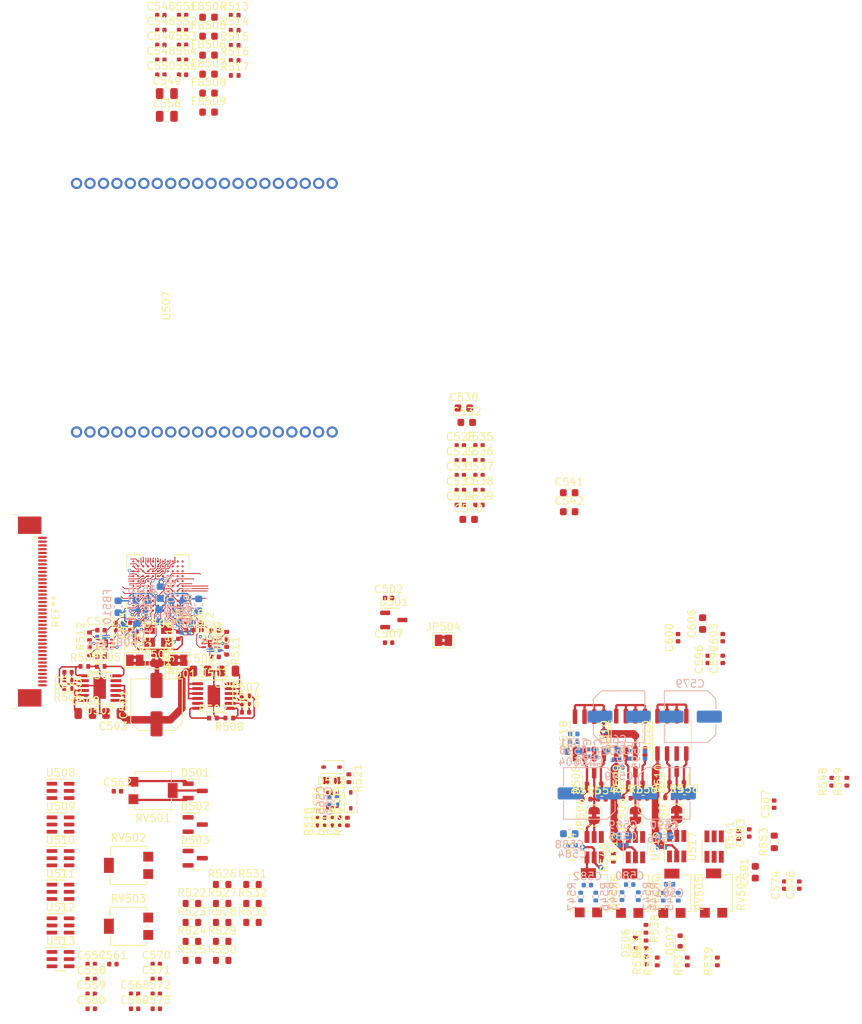
<source format=kicad_pcb>
(kicad_pcb (version 20221018) (generator pcbnew)
  (title_block (title "Sitina 1") (date "2023-03-15") (rev "R0.6") (company "Copyright 2022 Wenting Zhang") (comment 2 "MERCHANTABILITY, SATISFACTORY QUALITY AND FITNESS FOR A PARTICULAR PURPOSE.") (comment 3 "This source is distributed WITHOUT ANY EXPRESS OR IMPLIED WARRANTY, INCLUDING OF") (comment 4 "This source describes Open Hardware and is licensed under the CERN-OHL-S v2."))
  (layers (0 "F.Cu" signal) (1 "In1.Cu" power) (2 "In2.Cu" mixed) (31 "B.Cu" signal) (34 "B.Paste" user) (35 "F.Paste" user) (36 "B.SilkS" user "B.Silkscreen") (37 "F.SilkS" user "F.Silkscreen") (38 "B.Mask" user) (39 "F.Mask" user) (44 "Edge.Cuts" user))
  (net 0 "")
  (net 1 "Net-(U502-SET)")
  (net 2 "GND")
  (net 3 "Net-(U503-SET)")
  (net 4 "+15VL")
  (net 5 "+5V")
  (net 6 "+3V3")
  (net 7 "+15VR")
  (net 8 "Net-(U504-ISF)")
  (net 9 "/afe/AVSSA")
  (net 10 "Net-(U505-ISF)")
  (net 11 "/afe/AVSSB")
  (net 12 "+1V5")
  (net 13 "Net-(U504-IDRV)")
  (net 14 "Net-(U505-IDRV)")
  (net 15 "/afe/AVSS")
  (net 16 "Net-(U506-REFT_A)")
  (net 17 "Net-(U506-REFB_A)")
  (net 18 "Net-(U506-REFT_B)")
  (net 19 "Net-(U506-REFB_B)")
  (net 20 "Net-(U506-CCDIN_A)")
  (net 21 "Net-(U504-OUT)")
  (net 22 "Net-(U506-CCDIN_B)")
  (net 23 "Net-(U505-OUT)")
  (net 24 "/afe/DVSS")
  (net 25 "Net-(U506-TCVDD)")
  (net 26 "+1V8")
  (net 27 "Net-(U506-CLIVDD)")
  (net 28 "Net-(U506-LDOIN_A)")
  (net 29 "Net-(C548-Pad1)")
  (net 30 "/ccd/VDDL")
  (net 31 "/ccd/VRDL")
  (net 32 "/ccd/VRDR")
  (net 33 "/ccd/VOGL")
  (net 34 "/ccd/VOGR")
  (net 35 "/ccd/VDDR")
  (net 36 "-3V5")
  (net 37 "Net-(Q501B-B2)")
  (net 38 "AFE_STROBE")
  (net 39 "Net-(D504-K)")
  (net 40 "Net-(Q501A-C1)")
  (net 41 "-15V")
  (net 42 "VSUB_CCD")
  (net 43 "Net-(U515-IN-)")
  (net 44 "+2V")
  (net 45 "-4V")
  (net 46 "-9V")
  (net 47 "+8V")
  (net 48 "Net-(U516-IN-)")
  (net 49 "Net-(U514-IN-)")
  (net 50 "Net-(U517-IN-)")
  (net 51 "/ccd/VOD")
  (net 52 "Net-(U519-SP)")
  (net 53 "Net-(D508-K)")
  (net 54 "Net-(D508-A)")
  (net 55 "Net-(D509-K)")
  (net 56 "Net-(D509-A)")
  (net 57 "Net-(D510-K)")
  (net 58 "Net-(D510-A)")
  (net 59 "Net-(D506-K)")
  (net 60 "Net-(D507-K)")
  (net 61 "/ccd_driver_v/V23")
  (net 62 "/afe/CLI")
  (net 63 "/afe/CLO")
  (net 64 "/ccd_driver_v/V2S")
  (net 65 "Net-(Q501A-E1)")
  (net 66 "Net-(U502-ILIM)")
  (net 67 "Net-(U503-ILIM)")
  (net 68 "Net-(U502-PGFB)")
  (net 69 "Net-(U503-PGFB)")
  (net 70 "/afe/AVDDA")
  (net 71 "/afe/AVDDB")
  (net 72 "Net-(U507-ESD)")
  (net 73 "Net-(U515-IN+)")
  (net 74 "Net-(U516-IN+)")
  (net 75 "Net-(U514-IN+)")
  (net 76 "Net-(U517-IN+)")
  (net 77 "Net-(R542-Pad1)")
  (net 78 "Net-(R543-Pad2)")
  (net 79 "Net-(R544-Pad1)")
  (net 80 "Net-(R545-Pad2)")
  (net 81 "Net-(R546-Pad1)")
  (net 82 "Net-(R547-Pad2)")
  (net 83 "+16V")
  (net 84 "Net-(R548-Pad1)")
  (net 85 "Net-(R549-Pad2)")
  (net 86 "Net-(JP507-A)")
  (net 87 "Net-(U517-OUT_SNK)")
  (net 90 "CCDIN_R")
  (net 91 "CCDIN_L")
  (net 93 "VAB")
  (net 119 "CSI_D2")
  (net 120 "CSI_D3")
  (net 121 "CSI_D4")
  (net 122 "CSI_D5")
  (net 123 "AFE_SL")
  (net 124 "CSI_D9")
  (net 125 "CSI_D8")
  (net 126 "CSI_D7")
  (net 127 "CSI_D6")
  (net 128 "AFE_SCK")
  (net 131 "AFE_RST")
  (net 132 "CSI_D12")
  (net 133 "CSI_D11")
  (net 134 "CSI_D10")
  (net 135 "AFE_SDATA")
  (net 138 "AFE_SYNC")
  (net 139 "CSI_D14")
  (net 140 "CSI_D13")
  (net 145 "CSI_VSYNC")
  (net 146 "CSI_D15")
  (net 147 "CSI_PIXCLK")
  (net 153 "CSI_HSYNC")
  (net 155 "AFE_H2")
  (net 156 "AFE_H1")
  (net 157 "AFE_RG")
  (net 158 "AFE_FDG")
  (net 159 "AFE_V2")
  (net 160 "AFE_V1")
  (net 161 "AFE_V23")
  (net 162 "/ccd_driver/RGS")
  (net 163 "/ccd_driver/H2S")
  (net 164 "/ccd_driver/H1S")
  (net 165 "/ccd_driver/RR")
  (net 166 "/ccd_driver/RL")
  (net 167 "/ccd_driver/H1BINR")
  (net 168 "/ccd_driver/H1BINL")
  (net 169 "/ccd_driver/H1SL")
  (net 170 "/ccd_driver/H2SL")
  (net 171 "/ccd_driver/H1BL")
  (net 172 "/ccd_driver/H2BL")
  (net 173 "/ccd_driver/H1BR")
  (net 174 "/ccd_driver/H2BR")
  (net 175 "/ccd_driver/H1SR")
  (net 176 "/ccd_driver/H2SR")
  (net 177 "V2_CCD")
  (net 178 "V1_CCD")
  (net 179 "FDG_CCD")
  (net 180 "RL_CCD")
  (net 181 "RR_CCD")
  (net 182 "H1BINL_CCD")
  (net 183 "H1BINR_CCD")
  (net 184 "H2SL_CCD")
  (net 185 "H1SL_CCD")
  (net 186 "H2BL_CCD")
  (net 187 "H1BL_CCD")
  (net 188 "H2BR_CCD")
  (net 189 "H1BR_CCD")
  (net 190 "H2SR_CCD")
  (net 191 "H1SR_CCD")
  (net 192 "Net-(U506-LDOIN_B)")
  (net 193 "Net-(JP505-A)")
  (net 194 "Net-(JP506-A)")
  (footprint "Capacitor_SMD:C_0402_1005Metric" (layer "F.Cu") (at 109.9312 132.159 90)
    (fp_text reference "C583")
    (fp_text value "100nF")
  )
  (footprint "Package_TO_SOT_SMD:SOT-363_SC-70-6" (layer "F.Cu") (at 54.752 127.7488 90)
    (fp_text reference "Q501")
    (fp_text value "BC847BPN")
  )
  (footprint "Resistor_SMD:R_0402_1005Metric" (layer "F.Cu") (at 22.621733 108.132563 -90)
    (fp_text reference "R510")
    (fp_text value "49.9K 1%")
  )
  (footprint "Resistor_SMD:R_0402_1005Metric" (layer "F.Cu") (at 120.8532 125.3778 90)
    (fp_text reference "R548")
    (fp_text value "5k")
  )
  (footprint "Resistor_SMD:R_0603_1608Metric" (layer "F.Cu") (at 36.172 141.487)
    (fp_text reference "R522")
    (fp_text value "0.1")
  )
  (footprint "Package_SO:SC-74-6_1.5x2.9mm_P0.95mm" (layer "F.Cu") (at 18.792 148.847)
    (fp_text reference "U513")
    (fp_text value "74HC2G17")
  )
  (footprint "Resistor_SMD:R_0603_1608Metric" (layer "F.Cu") (at 36.172 143.997)
    (fp_text reference "R523")
    (fp_text value "0.1")
  )
  (footprint "Capacitor_SMD:C_0603_1608Metric" (layer "F.Cu") (at 86.106 87.152)
    (fp_text reference "C541")
    (fp_text value "100nF")
  )
  (footprint "Resistor_SMD:R_0402_1005Metric" (layer "F.Cu") (at 41.8393 27.97)
    (fp_text reference "R515")
    (fp_text value "82K 1%")
  )
  (footprint "Capacitor_SMD:C_0805_2012Metric" (layer "F.Cu") (at 40.9902 110.7388 180)
    (fp_text reference "C509")
    (fp_text value "22uF 25V")
  )
  (footprint "Capacitor_SMD:C_0603_1608Metric" (layer "F.Cu") (at 86.106 89.662)
    (fp_text reference "C542")
    (fp_text value "10uF")
  )
  (footprint "Resistor_SMD:R_0402_1005Metric" (layer "F.Cu") (at 88.392 127.6942)
    (fp_text reference "R555")
    (fp_text value "220")
  )
  (footprint "Capacitor_SMD:C_0402_1005Metric" (layer "F.Cu") (at 27.52285 104.3307 180)
    (fp_text reference "C520")
    (fp_text value "1uF")
  )
  (footprint "Potentiometer_SMD:Potentiometer_Bourns_3214G_Horizontal" (layer "F.Cu") (at 88.646 140.0702 -90)
    (fp_text reference "RV506")
    (fp_text value "10K")
  )
  (footprint "Capacitor_SMD:C_0402_1005Metric" (layer "F.Cu") (at 53.8084 130.6088 90)
    (fp_text reference "C563")
    (fp_text value "100nF")
  )
  (footprint "Package_SO:MSOP-12-1EP_3x4mm_P0.65mm_EP1.65x2.85mm" (layer "F.Cu") (at 39.0852 114.0408)
    (fp_text reference "U503")
    (fp_text value "LT3045xMSE")
  )
  (footprint "Capacitor_SMD:C_0402_1005Metric" (layer "F.Cu") (at 28.99605 106.0071 -90)
    (fp_text reference "C517")
    (fp_text value "18pF")
  )
  (footprint "footprints:DFN-6-1EP_1.6x1.6mm_P0.5mm_EP0.5x1.05mm" (layer "F.Cu") (at 24.844133 107.087063 180)
    (fp_text reference "U505")
    (fp_text value "ADA4800")
  )
  (footprint "Potentiometer_SMD:Potentiometer_Bourns_3214G_Horizontal" (layer "F.Cu") (at 27.792 136.447)
    (fp_text reference "RV502")
    (fp_text value "50K")
  )
  (footprint "Resistor_SMD:R_0402_1005Metric" (layer "F.Cu") (at 41.1172 116.9618 180)
    (fp_text reference "R508")
    (fp_text value "22K 1%")
  )
  (footprint "Package_TO_SOT_SMD:SOT-23-6_Handsoldering" (layer "F.Cu") (at 89.408 134.0442 90)
    (fp_text reference "U514")
    (fp_text value "1EDN7550B")
  )
  (footprint "Capacitor_SMD:C_0402_1005Metric" (layer "F.Cu") (at 71.697 82.87)
    (fp_text reference "C529")
    (fp_text value "100nF")
  )
  (footprint "Capacitor_SMD:C_0402_1005Metric" (layer "F.Cu") (at 71.697 84.84)
    (fp_text reference "C531")
    (fp_text value "100nF")
  )
  (footprint "Capacitor_SMD:C_0402_1005Metric" (layer "F.Cu") (at 74.168 88.776)
    (fp_text reference "C539")
    (fp_text value "100nF")
  )
  (footprint "Resistor_SMD:R_0402_1005Metric" (layer "F.Cu") (at 54.7624 130.6616 90)
    (fp_text reference "R519")
    (fp_text value "10K")
  )
  (footprint "Capacitor_SMD:C_0402_1005Metric" (layer "F.Cu") (at 22.852 151.477)
    (fp_text reference "C558")
    (fp_text value "10uF")
  )
  (footprint "Resistor_SMD:R_0402_1005Metric" (layer "F.Cu") (at 101.7348 149.1562 90)
    (fp_text reference "R537")
    (fp_text value "5k")
  )
  (footprint "Resistor_SMD:R_0402_1005Metric" (layer "F.Cu") (at 19.7902 113.0508 180)
    (fp_text reference "R505")
    (fp_text value "270K 1%")
  )
  (footprint "Capacitor_SMD:C_0402_1005Metric" (layer "F.Cu") (at 74.168 86.806)
    (fp_text reference "C538")
    (fp_text value "100nF")
  )
  (footprint "Resistor_SMD:R_0603_1608Metric" (layer "F.Cu") (at 44.192 143.997)
    (fp_text reference "R533")
    (fp_text value "0.1")
  )
  (footprint "Resistor_SMD:R_0402_1005Metric" (layer "F.Cu") (at 22.621733 106.151363 90)
    (fp_text reference "R512")
    (fp_text value "200K 1%")
  )
  (footprint "Capacitor_SMD:C_0402_1005Metric" (layer "F.Cu") (at 26.3144 126.6444)
    (fp_text reference "C562")
    (fp_text value "100nF")
  )
  (footprint "Capacitor_SMD:C_0402_1005Metric" (layer "F.Cu") (at 32.0693 31.86)
    (fp_text reference "C550")
    (fp_text value "100nF")
  )
  (footprint "Capacitor_SMD:C_0402_1005Metric" (layer "F.Cu") (at 62.2072 101.0748)
    (fp_text reference "C502")
    (fp_text value "1uF")
  )
  (footprint "Inductor_SMD:L_0603_1608Metric" (layer "F.Cu") (at 38.3793 36.8)
    (fp_text reference "FB509")
    (fp_text value "FerriteBead")
  )
  (footprint "Capacitor_SMD:C_0603_1608Metric" (layer "F.Cu") (at 110.7312 137.351 90)
    (fp_text reference "C591")
    (fp_text value "10uF")
  )
  (footprint "Diode_SMD:D_SOD-523" (layer "F.Cu") (at 94.869 146.7412 90)
    (fp_text reference "D506")
    (fp_text value "1N4148")
  )
  (footprint "Diode_SMD:D_SOD-323" (layer "F.Cu") (at 57.2008 127.8488 90)
    (fp_text reference "D504")
    (fp_text value "B0540W")
  )
  (footprint "Capacitor_SMD:C_0402_1005Metric" (layer "F.Cu") (at 24.145733 105.338563)
    (fp_text reference "C513")
    (fp_text value "100nF")
  )
  (footprint "Package_TO_SOT_SMD:SOT-23-6_Handsoldering" (layer "F.Cu") (at 105.283 133.9612 90)
    (fp_text reference "U517")
    (fp_text value "1EDN7550B")
  )
  (footprint "Package_TO_SOT_SMD:SOT-23-6_Handsoldering" (layer "F.Cu") (at 94.869 134.0412 90)
    (fp_text reference "U515")
    (fp_text value "1EDN7550B")
  )
  (footprint "Capacitor_SMD:C_0402_1005Metric" (layer "F.Cu") (at 31.462 153.447)
    (fp_text reference "C572")
    (fp_text value "100nF")
  )
  (footprint "Capacitor_SMD:C_0402_1005Metric" (layer "F.Cu") (at 28.592 155.417)
    (fp_text reference "C569")
    (fp_text value "100nF")
  )
  (footprint "Resistor_SMD:R_0402_1005Metric" (layer "F.Cu") (at 56.9468 124.9192 -90)
    (fp_text reference "R521")
    (fp_text value "10K")
  )
  (footprint "Crystal:Crystal_SMD_3225-4Pin_3.2x2.5mm" (layer "F.Cu") (at 31.68845 106.0833 180)
    (fp_text reference "Y501")
    (fp_text value "28MHz")
  )
  (footprint "Resistor_SMD:R_0603_1608Metric" (layer "F.Cu") (at 36.172 146.507)
    (fp_text reference "R524")
    (fp_text value "0.1")
  )
  (footprint "Resistor_SMD:R_0402_1005Metric" (layer "F.Cu") (at 91.948 135.4382 90)
    (fp_text reference "R540")
    (fp_text value "22")
  )
  (footprint "Capacitor_SMD:C_0402_1005Metric" (layer "F.Cu") (at 71.697 88.78)
    (fp_text reference "C534")
    (fp_text value "100nF")
  )
  (footprint "Resistor_SMD:R_0402_1005Metric" (layer "F.Cu") (at 122.8432 125.3778 90)
    (fp_text reference "R549")
    (fp_text value "5k")
  )
  (footprint "Capacitor_SMD:C_0402_1005Metric" (layer "F.Cu") (at 74.168 84.836)
    (fp_text reference "C537")
    (fp_text value "100nF")
  )
  (footprint "Potentiometer_SMD:Potentiometer_Bourns_3214G_Horizontal" (layer "F.Cu") (at 99.695 140.1372 -90)
    (fp_text reference "RV505")
    (fp_text value "10K")
  )
  (footprint "Resistor_SMD:R_0603_1608Metric" (layer "F.Cu") (at 40.182 146.507)
    (fp_text reference "R529")
    (fp_text value "0.1")
  )
  (footprint "Capacitor_SMD:C_0402_1005Metric" (layer "F.Cu") (at 74.168 82.866)
    (fp_text reference "C536")
    (fp_text value "100nF")
  )
  (footprint "Package_TO_SOT_SMD:SOT-23" (layer "F.Cu") (at 94.869 125.0242 90)
    (fp_text reference "D509")
    (fp_text value "BAT54S")
  )
  (footprint "Capacitor_SMD:C_0603_1608Metric" (layer "F.Cu") (at 72.799 90.678)
    (fp_text reference "C540")
    (fp_text value "10uF")
  )
  (footprint "Package_TO_SOT_SMD:SOT-23" (layer "F.Cu") (at 36.612 135.497)
    (fp_text reference "D503")
    (fp_text value "BAT54S")
  )
  (footprint "Capacitor_SMD:C_0402_1005Metric" (layer "F.Cu") (at 25.722 149.507)
    (fp_text reference "C561")
    (fp_text value "100nF")
  )
  (footprint "Capacitor_SMD:C_0805_2012Metric" (layer "F.Cu") (at 37.3072 110.7388)
    (fp_text reference "C504")
    (fp_text value "10uF")
  )
  (footprint "Capacitor_SMD:C_0402_1005Metric" (layer "F.Cu") (at 55.7784 130.6088 90)
    (fp_text reference "C564")
    (fp_text value "100nF")
  )
  (footprint "Capacitor_SMD:C_0402_1005Metric" (layer "F.Cu") (at 37.42885 104.8387 -90)
    (fp_text reference "C522")
    (fp_text value "100nF")
  )
  (footprint "Connector_FFC-FPC:TE_4-1734839-0_1x40-1MP_P0.5mm_Horizontal" (layer "F.Cu") (at 15.056963 102.87 -90)
    (fp_text reference "REF**")
    (fp_text value "PCB Edge")
  )
  (footprint "Package_TO_SOT_SMD:SOT-23" (layer "F.Cu") (at 36.612 131.047)
    (fp_text reference "D502")
    (fp_text value "BAT54S")
  )
  (footprint "Jumper:SolderJumper-2_P1.3mm_Bridged2Bar_Pad1.0x1.5mm" (layer "F.Cu") (at 31.5378 109.0636 -90)
    (fp_text reference "JP503")
    (fp_text value "SolderJumper_2_Bridged")
  )
  (footprint "Capacitor_SMD:C_0402_1005Metric" (layer "F.Cu") (at 34.9393 25.95)
    (fp_text reference "C552")
    (fp_text value "100nF")
  )
  (footprint "Capacitor_SMD:C_0402_1005Metric" (layer "F.Cu") (at 34.9393 31.86)
    (fp_text reference "C555")
    (fp_text value "100nF")
  )
  (footprint "Capacitor_SMD:C_0402_1005Metric" (layer "F.Cu") (at 28.592 153.447)
    (fp_text reference "C568")
    (fp_text value "100nF")
  )
  (footprint "Capacitor_SMD:C_0402_1005Metric" (layer "F.Cu") (at 100.516 106.3272 90)
    (fp_text reference "C600")
    (fp_text value "100nF")
  )
  (footprint "Package_SO:SC-74-6_1.5x2.9mm_P0.95mm" (layer "F.Cu") (at 18.792 144.397)
    (fp_text reference "U512")
    (fp_text value "74HC2G17")
  )
  (footprint "Jumper:SolderJumper-2_P1.3mm_Bridged2Bar_Pad1.0x1.5mm" (layer "F.Cu") (at 34.4588 109.3176 180)
    (fp_text reference "JP501")
    (fp_text value "SolderJumper_2_Bridged")
  )
  (footprint "Capacitor_SMD:C_0402_1005Metric" (layer "F.Cu") (at 35.90485 104.3307)
    (fp_text reference "C518")
    (fp_text value "1uF")
  )
  (footprint "footprints:DFN-6-1EP_1.6x1.6mm_P0.5mm_EP0.5x1.05mm" (layer "F.Cu") (at 38.54325 107.0894)
    (fp_text reference "U504")
    (fp_text value "ADA4800")
  )
  (footprint "Capacitor_SMD:C_0402_1005Metric" (layer "F.Cu") (at 26.04965 104.8387 -90)
    (fp_text reference "C523")
    (fp_text value "100nF")
  )
  (footprint "Resistor_SMD:R_0402_1005Metric" (layer "F.Cu") (at 101.346 127.5022)
    (fp_text reference "R558")
    (fp_text value "220")
  )
  (footprint "Resistor_SMD:R_0603_1608Metric" (layer "F.Cu") (at 40.182 149.017)
    (fp_text reference "R530")
    (fp_text value "0.1")
  )
  (footprint "Jumper:SolderJumper-2_P1.3mm_Bridged_RoundedPad1.0x1.5mm" (layer "F.Cu") (at 100.33 129.7382 90)
    (fp_text reference "JP507")
    (fp_text value "Jumper_2_Bridged")
  )
  (footprint "Jumper:SolderJumper-2_P1.3mm_Bridged2Bar_Pad1.0x1.5mm" (layer "F.Cu") (at 69.469 106.68)
    (fp_text reference "JP504")
    (fp_text value "SolderJumper_2_Bridged")
  )
  (footprint "Capacitor_SMD:C_0402_1005Metric" (layer "F.Cu") (at 43.2762 116.1998)
    (fp_text reference "C506")
    (fp_text value "4.7uF")
  )
  (footprint "Resistor_SMD:R_0402_1005Metric" (layer "F.Cu") (at 38.9582 116.9618)
    (fp_text reference "R502")
    (fp_text value "249R")
  )
  (footprint "Capacitor_SMD:C_0603_1608Metric" (layer "F.Cu") (at 72.164 75.946)
    (fp_text reference "C530")
    (fp_text value "10uF")
  )
  (footprint "Package_TO_SOT_SMD:SOT-23" (layer "F.Cu") (at 36.612 126.597)
    (fp_text reference "D501")
    (fp_text value "BAT54S")
  )
  (footprint "Resistor_SMD:R_0402_1005Metric" (layer "F.Cu") (at 41.8393 23.99)
    (fp_text reference "R513")
    (fp_text value "200K 1%")
  )
  (footprint "Capacitor_SMD:C_0402_1005Metric" (layer "F.Cu") (at 34.9393 23.98)
    (fp_text reference "C551")
    (fp_text value "100nF")
  )
  (footprint "Jumper:SolderJumper-2_P1.3mm_Bridged_RoundedPad1.0x1.5mm" (layer "F.Cu") (at 89.408 129.8502 90)
    (fp_text reference "JP506")
    (fp_text value "Jumper_2_Bridged")
  )
  (footprint "Package_SO:SOIC-8_3.9x4.9mm_P1.27mm" (layer "F.Cu") (at 88.773 119.2472 90)
    (fp_text reference "U518")
    (fp_text value "IRF9389/7309")
  )
  (footprint "Resistor_SMD:R_0402_1005Metric" (layer "F.Cu") (at 96.266 144.8362 -90)
    (fp_text reference "R538")
    (fp_text value "5k")
  )
  (footprint "Package_SO:SOIC-8_3.9x4.9mm_P1.27mm" (layer "F.Cu") (at 99.695 119.1822 90)
    (fp_text reference "U520")
    (fp_text value "IRF9389/7309")
  )
  (footprint "Capacitor_SMD:C_0402_1005Metric" (layer "F.Cu") (at 24.145733 108.843763)
    (fp_text reference "C511")
    (fp_text value "100nF")
  )
  (footprint "Inductor_SMD:L_0603_1608Metric" (layer "F.Cu") (at 38.3793 26.76)
    (fp_text reference "FB505")
    (fp_text value "FerriteBead")
  )
  (footprint "Capacitor_SMD:C_0402_1005Metric" (layer "F.Cu") (at 32.0693 23.98)
    (fp_text reference "C545")
    (fp_text value "100nF")
  )
  (footprint "Resistor_SMD:R_0402_1005Metric" (layer "F.Cu") (at 24.1082 110.1298 180)
    (fp_text reference "R501")
    (fp_text value "249R")
  )
  (footprint "Capacitor_SMD:C_0603_1608Metric" (layer "F.Cu") (at 72.545 77.851)
    (fp_text reference "C532")
    (fp_text value "10uF")
  )
  (footprint "Inductor_SMD:L_0603_1608Metric" (layer "F.Cu") (at 38.3793 24.25)
    (fp_text reference "FB504")
    (fp_text value "FerriteBead")
  )
  (footprint "Package_TO_SOT_SMD:SOT-23-3" (layer "F.Cu") (at 62.8904 103.9876)
    (fp_text reference "U501")
    (fp_text value "XC6206P152MR")
  )
  (footprint "Capacitor_SMD:C_0402_1005Metric" (layer "F.Cu") (at 39.25445 108.8674 180)
    (fp_text reference "C512")
    (fp_text value "100nF")
  )
  (footprint "Capacitor_SMD:C_0402_1005Metric" (layer "F.Cu") (at 34.38085 106.0071 90)
    (fp_text reference "C516")
    (fp_text value "18pF")
  )
  (footprint "Capacitor_SMD:C_0402_1005Metric" (layer "F.Cu") (at 74.168 80.896)
    (fp_text reference "C535")
    (fp_text value "100nF")
  )
  (footprint "Capacitor_SMD:C_0402_1005Metric" (layer "F.Cu") (at 22.852 149.507)
    (fp_text reference "C557")
    (fp_text value "10uF")
  )
  (footprint "Capacitor_SMD:C_0805_2012Metric" (layer "F.Cu") (at 32.8593 37.36)
    (fp_text reference "C556")
    (fp_text value "22uF 25V")
  )
  (footprint "Package_TO_SOT_SMD:SOT-23" (layer "F.Cu") (at 89.408 125.1542 90)
    (fp_text reference "D508")
    (fp_text value "BAT54S")
  )
  (footprint "Diode_SMD:D_SOD-523" (layer "F.Cu") (at 100.7872 146.4506 90)
    (fp_text reference "D507")
    (fp_text value "1N4148")
  )
  (footprint "Capacitor_SMD:C_Elec_6.3x7.7" (layer "F.Cu") (at 31.496 115.189 90)
    (fp_text reference "C501")
    (fp_text value "470uF")
  )
  (footprint "Resistor_SMD:R_0402_1005Metric" (layer "F.Cu") (at 40.77845 108.0546 -90)
    (fp_text reference "R511")
    (fp_text value "200K 1%")
  )
  (footprint "Resistor_SMD:R_0402_1005Metric" (layer "F.Cu") (at 41.8393 29.96)
    (fp_text reference "R516")
    (fp_text value "270K 1%")
  )
  (footprint "Capacitor_SMD:C_0402_1005Metric" (layer "F.Cu") (at 31.462 149.507)
    (fp_text reference "C570")
    (fp_text value "100nF")
  )
  (footprint "Capacitor_SMD:C_0603_1608Metric" (layer "F.Cu") (at 103.759 104.4632 90)
    (fp_text reference "C606")
    (fp_text value "10uF")
  )
  (footprint "Resistor_SMD:R_0402_1005Metric" (layer "F.Cu") (at 96.266 149.0272 90)
    (fp_text reference "R534")
    (fp_text value "22")
  )
  (footprint "Resistor_SMD:R_0402_1005Metric" (layer "F.Cu") (at 43.2762 115.1838)
    (fp_text reference "R504")
    (fp_text value "30.1K")
  )
  (footprint "Resistor_SMD:R_0402_1005Metric" (layer "F.Cu") (at 99.314 127.5022)
    (fp_text reference "R559")
    (fp_text value "220")
  )
  (footprint "Resistor_SMD:R_0603_1608Metric" (layer "F.Cu") (at 40.182 143.997)
    (fp_text reference "R528")
    (fp_text value "0.1")
  )
  (footprint "Resistor_SMD:R_0402_1005Metric" (layer "F.Cu") (at 97.7548 149.1562 90)
    (fp_text reference "R535")
    (fp_text value "22")
  )
  (footprint "Resistor_SMD:R_0402_1005Metric" (layer "F.Cu") (at 90.424 127.6942)
    (fp_text reference "R554")
    (fp_text value "220")
  )
  (footprint "Package_SO:MSOP-12-1EP_3x4mm_P0.65mm_EP1.65x2.85mm" (layer "F.Cu") (at 23.9722 112.9948 180)
    (fp_text reference "U502")
    (fp_text value "LT3045xMSE")
  )
  (footprint "Resistor_SMD:R_0603_1608Metric" (layer "F.Cu") (at 40.182 138.977)
    (fp_text reference "R526")
    (fp_text value "0.1")
  )
  (footprint "Capacitor_SMD:C_0402_1005Metric" (layer "F.Cu") (at 31.462 151.477)
    (fp_text reference "C571")
    (fp_text value "100nF")
  )
  (footprint "Capacitor_SMD:C_0402_1005Metric" (layer "F.Cu") (at 113.2332 128.349 90)
    (fp_text reference "C587")
    (fp_text value "100nF")
  )
  (footprint "Capacitor_SMD:C_0805_2012Metric" (layer "F.Cu") (at 22.0762 116.3528)
    (fp_text reference "C508")
    (fp_text value "22uF 25V")
  )
  (footprint "Capacitor_SMD:C_0402_1005Metric" (layer "F.Cu") (at 22.852 153.447)
    (fp_text reference "C559")
    (fp_text value "10uF")
  )
  (footprint "Diode_SMD:D_SOD-323" (layer "F.Cu") (at 54.6608 123.446 180)
    (fp_text reference "D505")
    (fp_text value "B0540W")
  )
  (footprint "Package_SO:SC-74-6_1.5x2.9mm_P0.95mm" (layer "F.Cu") (at 18.792 135.497)
    (fp_text reference "U510")
    (fp_text value "74HC2G17")
  )
  (footprint "Resistor_SMD:R_0603_1608Metric" (layer "F.Cu") (at 113.2412 133.341 90)
    (fp_text reference "R553")
    (fp_text value "Short")
  )
  (footprint "Capacitor_SMD:C_0603_1608Metric" (layer "F.Cu") (at 54.6608 125.224 180)
    (fp_text reference "C567")
    (fp_text value "1uF 25V")
  )
  (footprint "Potentiometer_SMD:Potentiometer_Bourns_3214G_Horizontal" (layer "F.Cu") (at 31.0388 126.5428 180)
    (fp_text reference "RV501")
    (fp_text value "50K")
  )
  (footprint "Capacitor_SMD:C_0402_1005Metric" (layer "F.Cu") (at 71.697 86.81)
    (fp_text reference "C533")
    (fp_text value "100nF")
  )
  (footprint "Capacitor_SMD:C_0402_1005Metric" (layer "F.Cu") (at 34.9393 29.89)
    (fp_text reference "C554")
    (fp_text value "100nF")
  )
  (footprint "Package_TO_SOT_SMD:SOT-23" (layer "F.Cu") (at 100.33 124.9622 90)
    (fp_text reference "D510")
    (fp_text value "BAT54S")
  )
  (footprint "Potentiometer_SMD:Potentiometer_Bourns_3214G_Horizontal" (layer "F.Cu") (at 27.792 144.497)
    (fp_text reference "RV503")
    (fp_text value "50K")
  )
  (footprint "Resistor_SMD:R_0402_1005Metric" (layer "F.Cu") (at 52.7724 130.6616 90)
    (fp_text reference "R518")
    (fp_text value "10K")
  )
  (footprint "Capacitor_SMD:C_0402_1005Metric" (layer "F.Cu") (at 32.0693 27.92)
    (fp_text reference "C547")
    (fp_text value "4.7uF")
  )
  (footprint "Resistor_SMD:R_0603_1608Metric" (layer "F.Cu") (at 40.182 141.487)
    (fp_text reference "R527")
    (fp_text value "0.1")
  )
  (footprint "Capacitor_SMD:C_0402_1005Metric" (layer "F.Cu") (at 106.426 109.1972 90)
    (fp_text reference "C597")
    (fp_text value "1nF")
  )
  (footprint "Resistor_SMD:R_0402_1005Metric" (layer "F.Cu") (at 105.7148 149.1562 90)
    (fp_text reference "R539")
    (fp_text value "5k")
  )
  (footprint "Capacitor_SMD:C_0402_1005Metric" (layer "F.Cu") (at 34.9393 27.92)
    (fp_text reference "C553")
    (fp_text value "100nF")
  )
  (footprint "Capacitor_SMD:C_0402_1005Metric" (layer "F.Cu") (at 116.5522 139.0558 90)
    (fp_text reference "C576")
    (fp_text value "1uF")
  )
  (footprint "Potentiometer_SMD:Potentiometer_Bourns_3214G_Horizontal" (layer "F.Cu") (at 105.2068 140.1118 -90)
    (fp_text reference "RV507")
    (fp_text value "10K")
  )
  (footprint "Capacitor_SMD:C_0402_1005Metric" (layer "F.Cu") (at 35.90485 105.3467)
    (fp_text reference "C519")
    (fp_text value "1uF")
  )
  (footprint "Capacitor_SMD:C_0402_1005Metric" (layer "F.Cu") (at 22.852 155.417)
    (fp_text reference "C560")
    (fp_text value "100nF")
  )
  (footprint "Resistor_SMD:R_0402_1005Metric" (layer "F.Cu") (at 41.8393 25.98)
    (fp_text reference "R514")
    (fp_text value "120K 1%")
  )
  (footprint "Package_SO:SC-74-6_1.5x2.9mm_P0.95mm" (layer "F.Cu") (at 18.792 131.047)
    (fp_text reference "U509")
    (fp_text value "74HC2G17")
  )
  (footprint "Resistor_SMD:R_0402_1005Metric" (layer "F.Cu") (at 93.726 127.5642)
    (fp_text reference "R557")
    (fp_text value "220")
  )
  (footprint "footprints:BGA-112_11x11_8.0x8.0mm" (layer "F.Cu") (at 31.68725 99.4943 180)
    (fp_text reference "U506")
    (fp_text value "AD9990")
  )
  (footprint "Resistor_SMD:R_0402_1005Metric" (layer "F.Cu") (at 108.5342 132.441 90)
    (fp_text reference "R541")
    (fp_text value "22")
  )
  (footprint "Package_TO_SOT_SMD:SOT-23-6_Handsoldering" (layer "F.Cu") (at 100.33 133.9142 90)
    (fp_text reference "U516")
    (fp_text value "1EDN7550B")
  )
  (footprint "Capacitor_SMD:C_0402_1005Metric" (layer "F.Cu") (at 19.7902 110.8918 180)
    (fp_text reference "C505")
    (fp_text value "4.7uF")
  )
  (footprint "Inductor_SMD:L_0603_1608Metric" (layer "F.Cu") (at 38.3793 34.29)
    (fp_text reference "FB508")
    (fp_text value "FerriteBead")
  )
  (footprint "Capacitor_SMD:C_0402_1005Metric" (layer "F.Cu") (at 27.52285 105.3467 180)
    (fp_text reference "C521")
    (fp_text value "1uF")
  )
  (footprint "Resistor_SMD:R_0603_1608Metric" (layer "F.Cu") (at 44.192 138.977)
    (fp_text reference "R531")
    (fp_text value "0.1")
  )
  (footprint "Resistor_SMD:R_0603_1608Metric" (layer "F.Cu") (at 36.172 149.017)
    (fp_text reference "R525")
    (fp_text value "0.1")
  )
  (footprint "Package_SO:SOIC-8_3.9x4.9mm_P1.27mm" (layer "F.Cu") (at 94.234 119.1822 90)
    (fp_text reference "U519")
    (fp_text value "IRF9389/7309")
  )
  (footprint "Inductor_SMD:L_0603_1608Metric" (layer "F.Cu") (at 38.3793 31.78)
    (fp_text reference "FB507")
    (fp_text value "FerriteBead")
  )
  (footprint "Resistor_SMD:R_0402_1005Metric" (layer "F.Cu") (at 41.8393 31.95)
    (fp_text reference "R517")
    (fp_text value "7.5")
  )
  (footprint "Resistor_SMD:R_0402_1005Metric" (layer "F.Cu") (at 40.77845 106.0734 90)
    (fp_text reference "R509")
    (fp_text value "49.9K 1%")
  )
  (footprint "Capacitor_SMD:C_0402_1005Metric" (layer "F.Cu") (at 104.456 109.1972 90)
    (fp_text reference "C596")
    (fp_text value "1nF")
  )
  (footprint "Jumper:SolderJumper-2_P1.3mm_Bridged_RoundedPad1.0x1.5mm" (layer "F.Cu") (at 94.869 129.8502 90)
    (fp_text reference "JP505")
    (fp_text value "Jumper_2_Bridged")
  )
  (footprint "Capacitor_SMD:C_0402_1005Metric" (layer "F.Cu") (at 71.697 80.9)
    (fp_text reference "C528")
    (fp_text value "100nF")
  )
  (footprint "Resistor_SMD:R_0603_1608Metric" (layer "F.Cu") (at 44.192 141.487)
    (fp_text reference "R532")
    (fp_text value "0.1")
  )
  (footprint "Resistor_SMD:R_0402_1005Metric" (layer "F.Cu") (at 19.7902 111.9078 180)
    (fp_text reference "R503")
    (fp_text value "30.1K")
  )
  (footprint "Jumper:SolderJumper-2_P1.3mm_Bridged2Bar_Pad1.0x1.5mm" (layer "F.Cu") (at 28.6168 109.3176)
    (fp_text reference "JP502")
    (fp_text value "SolderJumper_2_Bridged")
  )
  (footprint "Resistor_SMD:R_0402_1005Metric" (layer "F.Cu") (at 95.885 127.5642)
    (fp_text reference "R556")
    (fp_text value "220")
  )
  (footprint "Capacitor_SMD:C_0805_2012Metric" (layer "F.Cu") (at 25.7592 116.3528 180)
    (fp_text reference "C503")
    (fp_text value "10uF")
  )
  (footprint "Capacitor_SMD:C_0402_1005Metric" (layer "F.Cu") (at 62.2072 106.9848)
    (fp_text reference "C507")
    (fp_text value "1uF")
  )
  (footprint "footprints:KAI-1100X" (layer "F.Cu") (at 37.827 62.676)
    (fp_text reference "U507")
    (fp_text value "KAI-1100x")
  )
  (footprint "Capacitor_SMD:C_0402_1005Metric" (layer "F.Cu") (at 32.0693 25.95)
    (fp_text reference "C546")
    (fp_text value "100nF")
  )
  (footprint "Capacitor_SMD:C_0402_1005Metric" (layer "F.Cu") (at 114.5822 139.0558 90)
    (fp_text reference "C574")
    (fp_text value "1uF")
  )
  (footprint "Package_SO:SC-74-6_1.5x2.9mm_P0.95mm" (layer "F.Cu") (at 18.792 139.947)
    (fp_text reference "U511")
    (fp_text value "74HC2G17")
  )
  (footprint "Inductor_SMD:L_0603_1608Metric" (layer "F.Cu") (at 38.3793 29.27)
    (fp_text reference "FB506")
    (fp_text value "FerriteBead")
  )
  (footprint "Resistor_SMD:R_0402_1005Metric" (layer "F.Cu") (at 56.7524 130.6616 90)
    (fp_text reference "R520")
    (fp_text value "0")
  )
  (footprint "Capacitor_SMD:C_0402_1005Metric" (layer "F.Cu") (at 31.462 155.417)
    (fp_text reference "C573")
    (fp_text value "100nF")
  )
  (footprint "Package_SO:SC-74-6_1.5x2.9mm_P0.95mm" (layer "F.Cu") (at 18.792 126.597)
    (fp_text reference "U508")
    (fp_text value "74HC2G17")
  )
  (footprint "Resistor_SMD:R_0402_1005Metric" (layer "F.Cu") (at 43.2762 114.0408)
    (fp_text reference "R507")
    (fp_text value "270K 1%")
  )
  (footprint "Potentiometer_SMD:Potentiometer_Bourns_3214G_Horizontal" (layer "F.Cu") (at 94.107 140.1372 -90)
    (fp_text reference "RV504")
    (fp_text value "10K")
  )
  (footprint "Capacitor_SMD:C_0402_1005Metric" (layer "F.Cu") (at 106.426 106.3272 90)
    (fp_text reference "C603")
    (fp_text value "1uF")
  )
  (footprint "Capacitor_SMD:C_0805_2012Metric" (layer "F.Cu") (at 32.8593 34.35)
    (fp_text reference "C549")
    (fp_text value "22uF 25V")
  )
  (footprint "Capacitor_SMD:C_0402_1005Metric" (layer "F.Cu") (at 39.25445 105.3622 180)
    (fp_text reference "C510")
    (fp_text value "100nF")
  )
  (footprint "Capacitor_SMD:C_0402_1005Metric" (layer "F.Cu") (at 32.0693 29.89)
    (fp_text reference "C548")
    (fp_text value "4.7uF")
  )
  (footprint "Resistor_SMD:R_0402_1005Metric" (layer "F.Cu") (at 21.9492 110.1298)
    (fp_text reference "R506")
    (fp_text value "22K 1%")
  )
  (footprint "Resistor_SMD:R_0402_1005Metric" (layer "F.Cu") (at 96.282 146.9022 90)
    (fp_text reference "R536")
    (fp_text value "5k")
  )
  (footprint "Inductor_SMD:L_0603_1608Metric" (layer "B.Cu") (at 26.416 102.235 -90)
    (fp_text reference "FB510")
    (fp_text value "FerriteBead")
  )
  (footprint "Capacitor_SMD:C_Elec_6.3x7.7" (layer "B.Cu") (at 92.71 116.7692)
    (fp_text reference "C575")
    (fp_text value "470uF")
  )
  (footprint "Capacitor_SMD:C_0402_1005Metric" (layer "B.Cu") (at 29.53625 102.6698 180)
    (fp_text reference "C527")
    (fp_text value "100nF")
  )
  (footprint "Capacitor_SMD:C_0603_1608Metric" (layer "B.Cu") (at 86.119 132.2632)
    (fp_text reference "C588")
    (fp_text value "10uF")
  )
  (footprint "Capacitor_SMD:C_0402_1005Metric" (layer "B.Cu") (at 24.122933 106.252963)
    (fp_text reference "C515")
    (fp_text value "100nF")
  )
  (footprint "Resistor_SMD:R_0402_1005Metric" (layer "B.Cu") (at 95.25 140.5182 90)
    (fp_text reference "R542")
    (fp_text value "5k")
  )
  (footprint "Resistor_SMD:R_0402_1005Metric" (layer "B.Cu") (at 100.542 140.587248 -90)
    (fp_text reference "R545")
    (fp_text value "5k")
  )
  (footprint "Capacitor_SMD:C_0402_1005Metric" (layer "B.Cu") (at 35.306 105.664 180)
    (fp_text reference "C543")
    (fp_text value "100nF")
  )
  (footprint "Capacitor_SMD:C_0603_1608Metric" (layer "B.Cu") (at 98.6914 132.5426 180)
    (fp_text reference "C590")
    (fp_text value "10uF")
  )
  (footprint "Inductor_SMD:L_0603_1608Metric" (layer "B.Cu") (at 31.85025 103.4064 -90)
    (fp_text reference "FB503")
    (fp_text value "FerriteBead")
  )
  (footprint "Capacitor_SMD:C_0402_1005Metric" (layer "B.Cu") (at 88.773 121.5952 90)
    (fp_text reference "C593")
    (fp_text value "1nF")
  )
  (footprint "Capacitor_SMD:C_0402_1005Metric" (layer "B.Cu") (at 55.372 127.9174 -90)
    (fp_text reference "C566")
    (fp_text value "100nF")
  )
  (footprint "Capacitor_SMD:C_0402_1005Metric" (layer "B.Cu") (at 34.26325 102.6444)
    (fp_text reference "C525")
    (fp_text value "100nF")
  )
  (footprint "Capacitor_SMD:C_0603_1608Metric" (layer "B.Cu") (at 35.278 104.38686 180)
    (fp_text reference "C544")
    (fp_text value "10uF")
  )
  (footprint "Capacitor_SMD:C_0402_1005Metric" (layer "B.Cu") (at 28.067 105.791)
    (fp_text reference "C608")
    (fp_text value "100nF")
  )
  (footprint "Capacitor_SMD:C_0402_1005Metric" (layer "B.Cu") (at 89.662 121.5952 -90)
    (fp_text reference "C592")
    (fp_text value "1nF")
  )
  (footprint "Capacitor_SMD:C_0603_1608Metric" (layer "B.Cu") (at 34.25165 101.3744)
    (fp_text reference "C524")
    (fp_text value "10uF")
  )
  (footprint "Capacitor_SMD:C_0402_1005Metric" (layer "B.Cu") (at 92.682 123.5002)
    (fp_text reference "C599")
    (fp_text value "100nF")
  )
  (footprint "Capacitor_SMD:C_0402_1005Metric" (layer "B.Cu") (at 88.519 139.0542 180)
    (fp_text reference "C582")
    (fp_text value "100nF")
  )
  (footprint "Capacitor_SMD:C_0603_1608Metric" (layer "B.Cu") (at 86.601 121.3412)
    (fp_text reference "C604")
    (fp_text value "10uF")
  )
  (footprint "Capacitor_SMD:C_0402_1005Metric" (layer "B.Cu") (at 86.487 133.7872)
    (fp_text reference "C584")
    (fp_text value "100nF")
  )
  (footprint "Capacitor_SMD:C_0603_1608Metric" (layer "B.Cu") (at 93.218 132.5172 180)
    (fp_text reference "C589")
    (fp_text value "10uF")
  )
  (footprint "Capacitor_SMD:C_0402_1005Metric" (layer "B.Cu") (at 99.3876 138.9434)
    (fp_text reference "C581")
    (fp_text value "100nF")
  )
  (footprint "Capacitor_SMD:C_0402_1005Metric" (layer "B.Cu") (at 86.713 120.0712)
    (fp_text reference "C598")
    (fp_text value "100nF")
  )
  (footprint "Inductor_SMD:L_0603_1608Metric" (layer "B.Cu") (at 37.084 101.981 -90)
    (fp_text reference "FB502")
    (fp_text value "FerriteBead")
  )
  (footprint "Resistor_SMD:R_0402_1005Metric" (layer "B.Cu") (at 89.62 140.5782 90)
    (fp_text reference "R546")
    (fp_text value "5k")
  )
  (footprint "Capacitor_SMD:C_0402_1005Metric" (layer "B.Cu") (at 39.37205 107.9235 180)
    (fp_text reference "C514")
    (fp_text value "100nF")
  )
  (footprint "Capacitor_SMD:C_0603_1608Metric" (layer "B.Cu") (at 29.56425 101.3744 180)
    (fp_text reference "C526")
    (fp_text value "10uF")
  )
  (footprint "Resistor_SMD:R_0402_1005Metric" (layer "B.Cu") (at 87.63 140.5782 -90)
    (fp_text reference "R547")
    (fp_text value "5k")
  )
  (footprint "Capacitor_SMD:C_0402_1005Metric" (layer "B.Cu") (at 86.713 119.0552)
    (fp_text reference "C601")
    (fp_text value "1uF")
  )
  (footprint "Capacitor_SMD:C_0402_1005Metric" (layer "B.Cu") (at 94.169 121.8492 -90)
    (fp_text reference "C594")
    (fp_text value "1nF")
  )
  (footprint "Capacitor_SMD:C_Elec_6.3x7.7" (layer "B.Cu") (at 88.7705 126.9292 180)
    (fp_text reference "C578")
    (fp_text value "470uF")
  )
  (footprint "Capacitor_SMD:C_0402_1005Metric" (layer "B.Cu") (at 96.139 121.8492 -90)
    (fp_text reference "C595")
    (fp_text value "1nF")
  )
  (footprint "Capacitor_SMD:C_0402_1005Metric" (layer "B.Cu") (at 98.326 134.0666 180)
    (fp_text reference "C586")
    (fp_text value "100nF")
  )
  (footprint "Capacitor_SMD:C_0603_1608Metric" (layer "B.Cu") (at 28.067 104.521)
    (fp_text reference "C609")
    (fp_text value "10uF")
  )
  (footprint "Resistor_SMD:R_0402_1005Metric" (layer "B.Cu") (at 98.552 140.587248 -90)
    (fp_text reference "R544")
    (fp_text value "5k")
  )
  (footprint "Capacitor_SMD:C_0402_1005Metric" (layer "B.Cu") (at 94.107 138.9942 180)
    (fp_text reference "C580")
    (fp_text value "100nF")
  )
  (footprint "Capacitor_SMD:C_Elec_6.3x7.7" (layer "B.Cu") (at 98.6765 126.9292)
    (fp_text reference "C577")
    (fp_text value "470uF")
  )
  (footprint "Capacitor_SMD:C_0402_1005Metric" (layer "B.Cu") (at 93.218 133.7872 180)
    (fp_text reference "C585")
    (fp_text value "100nF")
  )
  (footprint "Inductor_SMD:L_0603_1608Metric" (layer "B.Cu") (at 31.97725 100.3584 90)
    (fp_text reference "FB501")
    (fp_text value "FerriteBead")
  )
  (footprint "Capacitor_SMD:C_0402_1005Metric" (layer "B.Cu") (at 54.3704 127.8428 -90)
    (fp_text reference "C565")
    (fp_text value "100nF")
  )
  (footprint "Capacitor_SMD:C_0603_1608Metric" (layer "B.Cu") (at 91.821 121.2142 180)
    (fp_text reference "C605")
    (fp_text value "10uF")
  )
  (footprint "Capacitor_SMD:C_Elec_6.3x7.7" (layer "B.Cu") (at 102.1105 116.7692 180)
    (fp_text reference "C579")
    (fp_text value "470uF")
  )
  (footprint "Capacitor_SMD:C_0402_1005Metric" (layer "B.Cu") (at 92.329 122.4842 180)
    (fp_text reference "C602")
    (fp_text value "1uF")
  )
  (footprint "Resistor_SMD:R_0402_1005Metric" (layer "B.Cu") (at 93.091 140.5182 -90)
    (fp_text reference "R543")
    (fp_text value "5k")
  )
  (segment (start 20.4122 112.0198) (end 20.3002 111.9078) (width 0.2) (layer "F.Cu") (net 1))
  (segment (start 20.2702 111.8778) (end 20.3002 111.9078) (width 0.2) (layer "F.Cu") (net 1))
  (segment (start 20.2702 110.8918) (end 20.2702 111.8778) (width 0.2) (layer "F.Cu") (net 1))
  (segment (start 21.8222 112.0198) (end 20.4122 112.0198) (width 0.2) (layer "F.Cu") (net 1))
  (segment (start 89.408 135.3942) (end 89.408 134.3142) (width 0.3) (layer "F.Cu") (net 2))
  (segment (start 23.9722 112.9948) (end 23.9722 110.5038) (width 0.2) (layer "F.Cu") (net 2))
  (segment (start 19.8002 112.4278) (end 19.2802 111.9078) (width 0.2) (layer "F.Cu") (net 2))
  (segment (start 43.7862 115.0588) (end 43.293081 114.565681) (width 0.2) (layer "F.Cu") (net 2))
  (segment (start 90.067 136.7082) (end 90.297 136.7082) (width 0.3) (layer "F.Cu") (net 2))
  (segment (start 31.5378 109.7136) (end 33.4128 109.7136) (width 0.6) (layer "F.Cu") (net 2))
  (segment (start 21.0602 112.6698) (end 20.8062 112.4158) (width 0.2) (layer "F.Cu") (net 2))
  (segment (start 43.293081 114.565681) (end 42.370319 114.565681) (width 0.2) (layer "F.Cu") (net 2))
  (segment (start 38.2572 110.7388) (end 39.3392 110.7388) (width 0.2) (layer "F.Cu") (net 2))
  (segment (start 23.5982 110.1298) (end 22.4592 110.1298) (width 0.2) (layer "F.Cu") (net 2))
  (segment (start 19.2802 111.9078) (end 19.2842 111.9078) (width 0.2) (layer "F.Cu") (net 2))
  (segment (start 39.0852 114.0408) (end 39.0852 110.9928) (width 0.2) (layer "F.Cu") (net 2))
  (segment (start 89.408 135.3942) (end 89.408 136.0492) (width 0.3) (layer "F.Cu") (net 2))
  (segment (start 20.573962 112.4278) (end 19.8002 112.4278) (width 0.2) (layer "F.Cu") (net 2))
  (segment (start 43.7562 115.2138) (end 43.7862 115.1838) (width 0.2) (layer "F.Cu") (net 2))
  (segment (start 31.5378 109.7136) (end 31.5378 112.1141) (width 0.6) (layer "F.Cu") (net 2))
  (segment (start 43.7862 115.1838) (end 43.7862 115.0588) (width 0.2) (layer "F.Cu") (net 2))
  (segment (start 23.0262 116.3528) (end 23.7272 116.3528) (width 0.2) (layer "F.Cu") (net 2))
  (segment (start 43.7562 116.1998) (end 43.7562 115.2138) (width 0.2) (layer "F.Cu") (net 2))
  (segment (start 23.9722 110.5038) (end 23.5982 110.1298) (width 0.2) (layer "F.Cu") (net 2))
  (segment (start 89.408 134.3142) (end 89.135 134.0412) (width 0.3) (layer "F.Cu") (net 2))
  (segment (start 23.6472 112.6698) (end 23.9722 112.9948) (width 0.2) (layer "F.Cu") (net 2))
  (segment (start 42.170438 114.3658) (end 42.370319 114.565681) (width 0.2) (layer "F.Cu") (net 2))
  (segment (start 23.7272 116.3528) (end 24.8092 116.3528) (width 0.2) (layer "F.Cu") (net 2))
  (segment (start 41.2352 114.3658) (end 42.170438 114.3658) (width 0.2) (layer "F.Cu") (net 2))
  (segment (start 29.6628 109.7136) (end 29.2668 109.3176) (width 0.6) (layer "F.Cu") (net 2))
  (segment (start 19.2802 111.9078) (end 19.2802 110.9218) (width 0.2) (layer "F.Cu") (net 2))
  (segment (start 33.4128 109.7136) (end 33.8088 109.3176) (width 0.6) (layer "F.Cu") (net 2))
  (segment (start 19.2802 110.9218) (end 19.3102 110.8918) (width 0.2) (layer "F.Cu") (net 2))
  (segment (start 21.8222 112.6698) (end 23.6472 112.6698) (width 0.2) (layer "F.Cu") (net 2))
  (segment (start 39.0852 116.5788) (end 39.4682 116.9618) (width 0.2) (layer "F.Cu") (net 2))
  (segment (start 31.5378 109.7136) (end 29.6628 109.7136) (width 0.6) (layer "F.Cu") (net 2))
  (segment (start 23.9722 116.1078) (end 23.7272 116.3528) (width 0.2) (layer "F.Cu") (net 2))
  (segment (start 89.135 134.0412) (end 87.884 134.0412) (width 0.3) (layer "F.Cu") (net 2))
  (segment (start 23.9722 112.9948) (end 23.9722 116.1078) (width 0.2) (layer "F.Cu") (net 2))
  (segment (start 39.3392 110.7388) (end 40.0402 110.7388) (width 0.2) (layer "F.Cu") (net 2))
  (segment (start 20.585962 112.4158) (end 20.573962 112.4278) (width 0.2) (layer "F.Cu") (net 2))
  (segment (start 39.0852 114.0408) (end 39.0852 116.5788) (width 0.2) (layer "F.Cu") (net 2))
  (segment (start 21.8222 112.6698) (end 21.0602 112.6698) (width 0.2) (layer "F.Cu") (net 2))
  (segment (start 39.4682 116.9618) (end 40.6072 116.9618) (width 0.2) (layer "F.Cu") (net 2))
  (segment (start 39.0852 110.9928) (end 39.3392 110.7388) (width 0.2) (layer "F.Cu") (net 2))
  (segment (start 20.8062 112.4158) (end 20.585962 112.4158) (width 0.2) (layer "F.Cu") (net 2))
  (segment (start 89.408 136.0492) (end 90.067 136.7082) (width 0.3) (layer "F.Cu") (net 2))
  (via (at 87.884 134.0412) (size 0.7) (drill 0.3) (layers "F.Cu" "B.Cu") (net 2))
  (via (at 90.297 136.7082) (size 0.7) (drill 0.3) (layers "F.Cu" "B.Cu") (net 2))
  (segment (start 41.2352 115.0158) (end 42.5982 115.0158) (width 0.2) (layer "F.Cu") (net 3))
  (segment (start 42.5982 115.0158) (end 42.7662 115.1838) (width 0.2) (layer "F.Cu") (net 3))
  (segment (start 42.7962 116.1998) (end 42.7962 115.2138) (width 0.2) (layer "F.Cu") (net 3))
  (segment (start 42.7962 115.2138) (end 42.7662 115.1838) (width 0.2) (layer "F.Cu") (net 3))
  (segment (start 22.651233 107.087063) (end 23.205933 107.087063) (width 0.11) (layer "F.Cu") (net 4))
  (segment (start 24.044133 107.087063) (end 23.205933 107.087063) (width 0.11) (layer "F.Cu") (net 4))
  (segment (start 22.621733 107.116563) (end 22.651233 107.087063) (width 0.11) (layer "F.Cu") (net 4))
  (segment (start 22.621733 107.116563) (end 22.621733 107.622563) (width 0.11) (layer "F.Cu") (net 4))
  (segment (start 20.6484 114.4478) (end 20.6484 114.5684) (width 0.2) (layer "F.Cu") (net 4))
  (segment (start 20.3002 112.9238) (end 20.358 112.9238) (width 0.2) (layer "F.Cu") (net 4))
  (segment (start 21.8222 114.6198) (end 20.6998 114.6198) (width 0.2) (layer "F.Cu") (net 4))
  (segment (start 20.358 112.9238) (end 20.754 113.3198) (width 0.2) (layer "F.Cu") (net 4))
  (segment (start 20.754 113.3198) (end 20.6484 113.4254) (width 0.2) (layer "F.Cu") (net 4))
  (segment (start 22.621733 106.661363) (end 22.621733 107.116563) (width 0.11) (layer "F.Cu") (net 4))
  (segment (start 20.6484 115.875) (end 21.1262 116.3528) (width 0.2) (layer "F.Cu") (net 4))
  (segment (start 20.6484 114.0604) (end 20.6484 114.4478) (width 0.2) (layer "F.Cu") (net 4))
  (segment (start 20.6484 114.4478) (end 20.6484 115.875) (width 0.2) (layer "F.Cu") (net 4))
  (segment (start 21.8222 113.9698) (end 20.739 113.9698) (width 0.2) (layer "F.Cu") (net 4))
  (segment (start 21.8222 113.3198) (end 20.754 113.3198) (width 0.2) (layer "F.Cu") (net 4))
  (segment (start 20.739 113.9698) (end 20.6484 114.0604) (width 0.2) (layer "F.Cu") (net 4))
  (segment (start 20.6998 114.6198) (end 20.6484 114.5684) (width 0.2) (layer "F.Cu") (net 4))
  (segment (start 20.6484 113.4254) (end 20.6484 114.0604) (width 0.2) (layer "F.Cu") (net 4))
  (via (at 23.205933 107.087063) (size 0.45) (drill 0.2) (layers "F.Cu" "B.Cu") (net 4))
  (segment (start 23.256733 107.036263) (end 23.205933 107.087063) (width 0.11) (layer "B.Cu") (net 4))
  (segment (start 23.642933 106.252963) (end 23.256733 106.639163) (width 0.11) (layer "B.Cu") (net 4))
  (segment (start 23.256733 106.639163) (end 23.256733 107.036263) (width 0.11) (layer "B.Cu") (net 4))
  (segment (start 34.63725 101.7943) (end 34.28725 101.4443) (width 0.11) (layer "F.Cu") (net 6))
  (segment (start 29.08725 97.5443) (end 28.43725 97.5443) (width 0.11) (layer "F.Cu") (net 6))
  (segment (start 33.63725 100.7943) (end 32.98725 100.1443) (width 0.11) (layer "F.Cu") (net 6))
  (segment (start 28.76625 101.7653) (end 28.18325 101.7653) (width 0.11) (layer "F.Cu") (net 6))
  (segment (start 28.18325 101.7653) (end 27.92925 101.7653) (width 0.11) (layer "F.Cu") (net 6))
  (segment (start 28.02625 97.5443) (end 27.92925 97.4473) (width 0.11) (layer "F.Cu") (net 6))
  (segment (start 28.43725 97.5443) (end 28.02625 97.5443) (width 0.11) (layer "F.Cu") (net 6))
  (segment (start 29.223266 101.4443) (end 29.08725 101.4443) (width 0.11) (layer "F.Cu") (net 6))
  (segment (start 29.73725 100.7943) (end 29.73725 100.930316) (width 0.11) (layer "F.Cu") (net 6))
  (segment (start 34.28725 101.4443) (end 33.63725 100.7943) (width 0.11) (layer "F.Cu") (net 6))
  (segment (start 29.08725 101.4443) (end 28.76625 101.7653) (width 0.11) (layer "F.Cu") (net 6))
  (segment (start 35.91425 102.0094) (end 35.69915 101.7943) (width 0.11) (layer "F.Cu") (net 6))
  (segment (start 35.69915 101.7943) (end 34.63725 101.7943) (width 0.11) (layer "F.Cu") (net 6))
  (segment (start 29.73725 100.930316) (end 29.223266 101.4443) (width 0.11) (layer "F.Cu") (net 6))
  (via (at 27.92925 101.7653) (size 0.46) (drill 0.3) (layers "F.Cu" "B.Cu") (net 6))
  (via (at 27.92925 97.4473) (size 0.46) (drill 0.3) (layers "F.Cu" "B.Cu") (net 6))
  (via (at 35.91425 102.0094) (size 0.45) (drill 0.2) (layers "F.Cu" "B.Cu") (net 6))
  (segment (start 31.87575 102.6189) (end 31.85025 102.6189) (width 0.2) (layer "B.Cu") (net 6))
  (segment (start 28.29425 100.4854) (end 27.92925 100.8504) (width 0.2) (layer "B.Cu") (net 6))
  (segment (start 27.92925 101.346) (end 27.92925 101.7653) (width 0.2) (layer "B.Cu") (net 6))
  (segment (start 27.82775 101.4475) (end 27.92925 101.346) (width 0.2) (layer "B.Cu") (net 6))
  (segment (start 32.73925 101.7554) (end 31.87575 102.6189) (width 0.2) (layer "B.Cu") (net 6))
  (segment (start 35.53325 100.4854) (end 33.24725 100.4854) (width 0.2) (layer "B.Cu") (net 6))
  (segment (start 35.93975 101.1935) (end 35.91425 101.219) (width 0.2) (layer "B.Cu") (net 6))
  (segment (start 31.85025 102.6189) (end 31.85025 102.5174) (width 0.2) (layer "B.Cu") (net 6))
  (segment (start 26.416 101.4475) (end 27.82775 101.4475) (width 0.2) (layer "B.Cu") (net 6))
  (segment (start 31.85025 102.5174) (end 31.21525 101.8824) (width 0.2) (layer "B.Cu") (net 6))
  (segment (start 31.21525 101.8824) (end 31.21525 100.9934) (width 0.2) (layer "B.Cu") (net 6))
  (segment (start 30.70725 100.4854) (end 28.29425 100.4854) (width 0.2) (layer "B.Cu") (net 6))
  (segment (start 33.24725 100.4854) (end 32.73925 100.9934) (width 0.2) (layer "B.Cu") (net 6))
  (segment (start 31.65275 102.8419) (end 31.85025 102.6444) (width 0.11) (layer "B.Cu") (net 6))
  (segment (start 35.91425 102.0094) (end 35.91425 101.219) (width 0.2) (layer "B.Cu") (net 6))
  (segment (start 35.91425 100.8664) (end 35.53325 100.4854) (width 0.2) (layer "B.Cu") (net 6))
  (segment (start 35.91425 101.219) (end 35.91425 100.8664) (width 0.2) (layer "B.Cu") (net 6))
  (segment (start 32.73925 100.9934) (end 32.73925 101.7554) (width 0.2) (layer "B.Cu") (net 6))
  (segment (start 36.83 101.1935) (end 35.93975 101.1935) (width 0.2) (layer "B.Cu") (net 6))
  (segment (start 27.92925 100.8504) (end 27.92925 101.346) (width 0.2) (layer "B.Cu") (net 6))
  (segment (start 31.21525 100.9934) (end 30.70725 100.4854) (width 0.2) (layer "B.Cu") (net 6))
  (segment (start 42.4264 112.4412) (end 42.4778 112.4926) (width 0.2) (layer "F.Cu") (net 7))
  (segment (start 42.4778 113.8794) (end 42.7662 114.1678) (width 0.2) (layer "F.Cu") (net 7))
  (segment (start 41.304 113.0912) (end 42.3872 113.0912) (width 0.2) (layer "F.Cu") (net 7))
  (segment (start 42.4778 111.2764) (end 41.9402 110.7388) (width 0.2) (layer "F.Cu") (net 7))
  (segment (start 40.77845 107.0894) (end 40.23565 107.0894) (width 0.11) (layer "F.Cu") (net 7))
  (segment (start 42.3722 113.7412) (end 42.4778 113.6356) (width 0.2) (layer "F.Cu") (net 7))
  (segment (start 42.4778 113.0006) (end 42.4778 112.7708) (width 0.2) (layer "F.Cu") (net 7))
  (segment (start 40.77845 106.5834) (end 40.77845 107.0894) (width 0.11) (layer "F.Cu") (net 7))
  (segment (start 40.23565 107.0894) (end 39.34325 107.0894) (width 0.11) (layer "F.Cu") (net 7))
  (segment (start 42.4778 112.7708) (end 42.4778 112.4926) (width 0.2) (layer "F.Cu") (net 7))
  (segment (start 42.3872 113.0912) (end 42.4778 113.0006) (width 0.2) (layer "F.Cu") (net 7))
  (segment (start 42.4778 113.6356) (end 42.4778 113.0006) (width 0.2) (layer "F.Cu") (net 7))
  (segment (start 41.304 112.4412) (end 42.4264 112.4412) (width 0.2) (layer "F.Cu") (net 7))
  (segment (start 40.77845 107.0894) (end 40.77845 107.5446) (width 0.11) (layer "F.Cu") (net 7))
  (segment (start 42.4778 112.7708) (end 42.4778 111.2764) (width 0.2) (layer "F.Cu") (net 7))
  (segment (start 41.304 113.7412) (end 42.3722 113.7412) (width 0.2) (layer "F.Cu") (net 7))
  (segment (start 42.4778 113.6356) (end 42.4778 113.8794) (width 0.2) (layer "F.Cu") (net 7))
  (via (at 40.23565 107.0894) (size 0.45) (drill 0.2) (layers "F.Cu" "B.Cu") (net 7))
  (segment (start 39.75245 106.5894) (end 39.34325 106.5894) (width 0.11) (layer "F.Cu") (net 8))
  (segment (start 40.57725 105.3622) (end 40.77845 105.5634) (width 0.11) (layer "F.Cu") (net 8))
  (segment (start 40.77845 105.5634) (end 39.75245 106.5894) (width 0.11) (layer "F.Cu") (net 8))
  (segment (start 39.73445 105.3622) (end 40.57725 105.3622) (width 0.11) (layer "F.Cu") (net 8))
  (segment (start 38.54325 106.1709) (end 38.54325 105.5934) (width 0.11) (layer "F.Cu") (net 9))
  (segment (start 34.98995 103.8227) (end 34.98125 103.8314) (width 0.11) (layer "F.Cu") (net 9))
  (segment (start 32.825439 103.828212) (end 33.07222 103.828212) (width 0.11) (layer "F.Cu") (net 9))
  (segment (start 36.38485 105.3467) (end 36.38485 104.3307) (width 0.11) (layer "F.Cu") (net 9))
  (segment (start 38.50505 105.3622) (end 37.98155 104.8387) (width 0.11) (layer "F.Cu") (net 9))
  (segment (start 33.793408 104.5494) (end 34.24395 104.5494) (width 0.11) (layer "F.Cu") (net 9))
  (segment (start 32.63725 102.4443) (end 32.63725 101.7443) (width 0.11) (layer "F.Cu") (net 9))
  (segment (start 36.38485 104.3535) (end 36.87005 104.8387) (width 0.11) (layer "F.Cu") (net 9))
  (segment (start 36.15885 103.8227) (end 34.98995 103.8227) (width 0.11) (layer "F.Cu") (net 9))
  (segment (start 38.54325 105.5934) (end 38.77445 105.3622) (width 0.11) (layer "F.Cu") (net 9))
  (segment (start 36.38485 105.8319) (end 36.38485 105.3467) (width 0.11) (layer "F.Cu") (net 9))
  (segment (start 32.33725 102.7443) (end 32.63725 102.4443) (width 0.11) (layer "F.Cu") (net 9))
  (segment (start 33.79175 103.2893) (end 33.63725 103.1348) (width 0.11) (layer "F.Cu") (net 9))
  (segment (start 34.24395 104.5494) (end 34.88885 105.1943) (width 0.11) (layer "F.Cu") (net 9))
  (segment (start 33.67175 103.4499) (end 33.67175 103.2893) (width 0.11) (layer "F.Cu") (net 9))
  (segment (start 38.30525 107.9743) (end 38.54325 107.9743) (width 0.11) (layer "F.Cu") (net 9))
  (segment (start 34.88885 105.1943) (end 34.88885 105.7531) (width 0.11) (layer "F.Cu") (net 9))
  (segment (start 34.98125 103.8314) (end 34.05325 103.8314) (width 0.11) (layer "F.Cu") (net 9))
  (segment (start 36.38485 104.0487) (end 36.15885 103.8227) (width 0.11) (layer "F.Cu") (net 9))
  (segment (start 32.3977 102.7443) (end 32.825439 103.172039) (width 0.11) (layer "F.Cu") (net 9))
  (segment (start 38.77445 105.3622) (end 38.50505 105.3622) (width 0.11) (layer "F.Cu") (net 9))
  (segment (start 37.98155 104.8387) (end 36.87005 104.8387) (width 0.11) (layer "F.Cu") (net 9))
  (segment (start 38.54325 107.0894) (end 38.54325 106.1709) (width 0.11) (layer "F.Cu") (net 9))
  (segment (start 38.54325 107.0894) (end 38.54325 107.9743) (width 0.11) (layer "F.Cu") (net 9))
  (segment (start 32.825439 103.172039) (end 32.825439 103.828212) (width 0.11) (layer "F.Cu") (net 9))
  (segment (start 34.05325 103.8314) (end 33.67175 103.4499) (width 0.11) (layer "F.Cu") (net 9))
  (segment (start 38.54325 108.6362) (end 38.77445 108.8674) (width 0.11) (layer "F.Cu") (net 9))
  (segment (start 32.63725 101.7443) (end 32.33725 101.4443) (width 0.11) (layer "F.Cu") (net 9))
  (segment (start 34.88885 105.7531) (end 35.09205 105.9563) (width 0.11) (layer "F.Cu") (net 9))
  (segment (start 36.38485 105.3239) (end 36.87005 104.8387) (width 0.11) (layer "F.Cu") (net 9))
  (segment (start 36.38485 104.3307) (end 36.38485 104.0487) (width 0.11) (layer "F.Cu") (net 9))
  (segment (start 37.74325 107.0894) (end 38.54325 107.0894) (width 0.11) (layer "F.Cu") (net 9))
  (segment (start 32.33725 102.7443) (end 32.3977 102.7443) (width 0.11) (layer "F.Cu") (net 9))
  (segment (start 33.07222 103.828212) (end 33.793408 104.5494) (width 0.11) (layer "F.Cu") (net 9))
  (segment (start 35.09205 105.9563) (end 36.26045 105.9563) (width 0.11) (layer "F.Cu") (net 9))
  (segment (start 36.38485 105.3467) (end 36.38485 105.3239) (width 0.11) (layer "F.Cu") (net 9))
  (segment (start 38.54325 107.9743) (end 38.54325 108.6362) (width 0.11) (layer "F.Cu") (net 9))
  (segment (start 36.26045 105.9563) (end 36.38485 105.8319) (width 0.11) (layer "F.Cu") (net 9))
  (segment (start 33.63725 103.1348) (end 33.63725 102.7443) (width 0.11) (layer "F.Cu") (net 9))
  (segment (start 36.38485 104.3307) (end 36.38485 104.3535) (width 0.11) (layer "F.Cu") (net 9))
  (via (at 38.54325 106.1709) (size 0.45) (drill 0.2) (layers "F.Cu" "B.Cu") (net 9))
  (via (at 32.825439 103.828212) (size 0.46) (drill 0.3) (layers "F.Cu" "B.Cu") (net 9))
  (via (at 38.30525 107.9743) (size 0.45) (drill 0.2) (layers "F.Cu" "B.Cu") (net 9))
  (via (at 33.67175 103.2893) (size 0.46) (drill 0.3) (layers "F.Cu" "B.Cu") (net 9))
  (via (at 36.87005 104.8387) (size 0.45) (drill 0.2) (layers "F.Cu" "B.Cu") (net 9))
  (segment (start 36.87005 104.8387) (end 36.81925 104.8387) (width 0.11) (layer "B.Cu") (net 9))
  (segment (start 33.364351 103.2893) (end 32.825439 103.828212) (width 0.11) (layer "B.Cu") (net 9))
  (segment (start 33.65625 101.554) (end 33.65625 103.0073) (width 0.2) (layer "B.Cu") (net 9))
  (segment (start 34.503 104.38686) (end 33.67175 103.55561) (width 0.2) (layer "B.Cu") (net 9))
  (segment (start 34.503 105.341) (end 34.826 105.664) (width 0.2) (layer "B.Cu") (net 9))
  (segment (start 33.67175 103.55561) (end 33.67175 103.2893) (width 0.2) (layer "B.Cu") (net 9))
  (segment (start 33.47665 101.3744) (end 33.65625 101.554) (width 0.2) (layer "B.Cu") (net 9))
  (segment (start 33.79175 103.2893) (end 33.67175 103.2893) (width 0.11) (layer "B.Cu") (net 9))
  (segment (start 34.503 104.38686) (end 34.503 105.341) (width 0.2) (layer "B.Cu") (net 9))
  (segment (start 38.89205 107.9235) (end 38.35605 107.9235) (width 0.11) (layer "B.Cu") (net 9))
  (segment (start 33.37425 103.2893) (end 33.364351 103.2893) (width 0.11) (layer "B.Cu") (net 9))
  (segment (start 33.67175 103.2893) (end 33.37425 103.2893) (width 0.11) (layer "B.Cu") (net 9))
  (segment (start 38.35605 107.9235) (end 38.30525 107.9743) (width 0.11) (layer "B.Cu") (net 9))
  (segment (start 33.65625 103.0073) (end 33.37425 103.2893) (width 0.2) (layer "B.Cu") (net 9))
  (segment (start 24.044133 107.587063) (end 23.677233 107.587063) (width 0.11) (layer "F.Cu") (net 10))
  (segment (start 22.822933 108.843763) (end 23.665733 108.843763) (width 0.11) (layer "F.Cu") (net 10))
  (segment (start 23.677233 107.587063) (end 22.621733 108.642563) (width 0.11) (layer "F.Cu") (net 10))
  (segment (start 22.621733 108.642563) (end 22.822933 108.843763) (width 0.11) (layer "F.Cu") (net 10))
  (segment (start 24.844133 108.625363) (end 24.625733 108.843763) (width 0.11) (layer "F.Cu") (net 11))
  (segment (start 25.49035 104.8133) (end 26.50675 104.8133) (width 0.11) (layer "F.Cu") (net 11))
  (segment (start 29.73725 103.2558) (end 29.70375 103.2893) (width 0.11) (layer "F.Cu") (net 11))
  (segment (start 24.844133 106.125963) (end 25.085533 106.125963) (width 0.11) (layer "F.Cu") (net 11))
  (segment (start 26.99195 105.8065) (end 26.99195 105.2985) (width 0.11) (layer "F.Cu") (net 11))
  (segment (start 29.05625 104.8034) (end 28.85345 104.8034) (width 0.11) (layer "F.Cu") (net 11))
  (segment (start 29.8673 104.34445) (end 29.40835 104.8034) (width 0.11) (layer "F.Cu") (net 11))
  (segment (start 30.73725 101.7443) (end 31.03725 101.4443) (width 0.11) (layer "F.Cu") (net 11))
  (segment (start 27.45435 103.8657) (end 28.75355 103.8657) (width 0.11) (layer "F.Cu") (net 11))
  (segment (start 24.625733 105.338563) (end 24.965087 105.338563) (width 0.11) (layer "F.Cu") (net 11))
  (segment (start 31.03725 102.7443) (end 30.660867 103.120683) (width 0.11) (layer "F.Cu") (net 11))
  (segment (start 27.11635 105.9309) (end 26.99195 105.8065) (width 0.11) (layer "F.Cu") (net 11))
  (segment (start 28.48795 105.1689) (end 28.48795 105.7277) (width 0.11) (layer "F.Cu") (net 11))
  (segment (start 28.48795 105.7277) (end 28.28475 105.9309) (width 0.11) (layer "F.Cu") (net 11))
  (segment (start 24.844133 106.125963) (end 24.844133 108.005563) (width 0.11) (layer "F.Cu") (net 11))
  (segment (start 30.73725 102.4443) (end 30.73725 101.7443) (width 0.11) (layer "F.Cu") (net 11))
  (segment (start 25.085533 106.125963) (end 25.136333 106.176763) (width 0.11) (layer "F.Cu") (net 11))
  (segment (start 31.03725 102.7443) (end 30.73725 102.4443) (width 0.11) (layer "F.Cu") (net 11))
  (segment (start 29.73725 102.7443) (end 29.73725 103.2558) (width 0.11) (layer "F.Cu") (net 11))
  (segment (start 25.644133 107.087063) (end 24.844133 107.087063) (width 0.11) (layer "F.Cu") (net 11))
  (segment (start 28.75355 103.8657) (end 28.899226 104.011376) (width 0.11) (layer "F.Cu") (net 11))
  (segment (start 29.40835 104.8034) (end 29.05625 104.8034) (width 0.11) (layer "F.Cu") (net 11))
  (segment (start 29.70505 103.615748) (end 29.70505 103.2639) (width 0.11) (layer "F.Cu") (net 11))
  (segment (start 26.99195 105.2985) (end 26.50675 104.8133) (width 0.11) (layer "F.Cu") (net 11))
  (segment (start 28.28475 105.9309) (end 27.11635 105.9309) (width 0.11) (layer "F.Cu") (net 11))
  (segment (start 24.625733 105.338563) (end 24.844133 105.556963) (width 0.11) (layer "F.Cu") (net 11))
  (segment (start 29.309422 104.011376) (end 29.70505 103.615748) (width 0.11) (layer "F.Cu") (net 11))
  (segment (start 28.899226 104.011376) (end 29.309422 104.011376) (width 0.11) (layer "F.Cu") (net 11))
  (segment (start 24.844133 108.005563) (end 24.844133 108.625363) (width 0.11) (layer "F.Cu") (net 11))
  (segment (start 30.660867 103.120683) (end 30.660867 103.777915) (width 0.11) (layer "F.Cu") (net 11))
  (segment (start 24.844133 105.556963) (end 24.844133 106.125963) (width 0.11) (layer "F.Cu") (net 11))
  (segment (start 29.73725 102.7443) (end 29.87125 102.7443) (width 0.11) (layer "F.Cu") (net 11))
  (segment (start 30.660867 103.777915) (end 30.433835 103.777915) (width 0.11) (layer "F.Cu") (net 11))
  (segment (start 30.433835 103.777915) (end 29.8673 104.34445) (width 0.11) (layer "F.Cu") (net 11))
  (segment (start 28.85345 104.8034) (end 28.48795 105.1689) (width 0.11) (layer "F.Cu") (net 11))
  (segment (start 26.50675 104.8133) (end 27.45435 103.8657) (width 0.11) (layer "F.Cu") (net 11))
  (segment (start 24.965087 105.338563) (end 25.49035 104.8133) (width 0.11) (layer "F.Cu") (net 11))
  (via (at 25.136333 106.176763) (size 0.45) (drill 0.2) (layers "F.Cu" "B.Cu") (net 11))
  (via (at 24.844133 108.005563) (size 0.45) (drill 0.2) (layers "F.Cu" "B.Cu") (net 11))
  (via (at 26.50675 104.8133) (size 0.45) (drill 0.2) (layers "F.Cu" "B.Cu") (net 11))
  (via (at 29.70375 103.2893) (size 0.46) (drill 0.3) (layers "F.Cu" "B.Cu") (net 11))
  (via (at 30.660867 103.777915) (size 0.46) (drill 0.3) (layers "F.Cu" "B.Cu") (net 11))
  (segment (start 30.07225 103.2893) (end 30.172252 103.2893) (width 0.11) (layer "B.Cu") (net 11))
  (segment (start 30.01625 102.6698) (end 30.01625 103.2333) (width 0.2) (layer "B.Cu") (net 11))
  (segment (start 29.58505 103.2639) (end 29.70505 103.2639) (width 0.11) (layer "B.Cu") (net 11))
  (segment (start 29.337 104.521) (end 30.099 103.759) (width 0.2) (layer "B.Cu") (net 11))
  (segment (start 28.842 104.521) (end 28.842 105.496) (width 0.2) (layer "B.Cu") (net 11))
  (segment (start 28.842 104.521) (end 29.337 104.521) (width 0.2) (layer "B.Cu") (net 11))
  (segment (start 26.50675 104.8133) (end 26.55755 104.8133) (width 0.11) (layer "B.Cu") (net 11))
  (segment (start 25.136333 106.176763) (end 25.060133 106.252963) (width 0.11) (layer "B.Cu") (net 11))
  (segment (start 30.172252 103.2893) (end 30.660867 103.777915) (width 0.11) (layer "B.Cu") (net 11))
  (segment (start 28.842 105.496) (end 28.547 105.791) (width 0.2) (layer "B.Cu") (net 11))
  (segment (start 30.01625 103.2333) (end 30.07225 103.2893) (width 0.2) (layer "B.Cu") (net 11))
  (segment (start 30.07225 101.7554) (end 30.07225 102.6138) (width 0.2) (layer "B.Cu") (net 11))
  (segment (start 30.099 103.759) (end 30.099 102.75255) (width 0.2) (layer "B.Cu") (net 11))
  (segment (start 30.33925 101.4884) (end 30.07225 101.7554) (width 0.2) (layer "B.Cu") (net 11))
  (segment (start 30.07225 102.6138) (end 30.01625 102.6698) (width 0.2) (layer "B.Cu") (net 11))
  (segment (start 30.099 102.75255) (end 30.01625 102.6698) (width 0.2) (layer "B.Cu") (net 11))
  (segment (start 29.70375 103.2893) (end 30.07225 103.2893) (width 0.11) (layer "B.Cu") (net 11))
  (segment (start 25.060133 106.252963) (end 24.602933 106.252963) (width 0.11) (layer "B.Cu") (net 11))
  (segment (start 30.33925 101.3744) (end 30.33925 101.4884) (width 0.2) (layer "B.Cu") (net 11))
  (segment (start 39.34325 107.5894) (end 39.80325 107.5894) (width 0.11) (layer "F.Cu") (net 13))
  (segment (start 39.80325 107.5894) (end 40.77845 108.5646) (width 0.11) (layer "F.Cu") (net 13))
  (segment (start 23.567433 106.587063) (end 22.621733 105.641363) (width 0.11) (layer "F.Cu") (net 14))
  (segment (start 24.044133 106.587063) (end 23.567433 106.587063) (width 0.11) (layer "F.Cu") (net 14))
  (segment (start 22.621733 105.641363) (end 22.924533 105.338563) (width 0.11) (layer "F.Cu") (net 14))
  (segment (start 22.924533 105.338563) (end 23.665733 105.338563) (width 0.11) (layer "F.Cu") (net 14))
  (segment (start 34.63725 102.975416) (end 34.821634 103.1598) (width 0.11) (layer "F.Cu") (net 15))
  (segment (start 34.212985 102.4443) (end 34.411515 102.4443) (width 0.11) (layer "F.Cu") (net 15))
  (segment (start 28.48605 106.1615) (end 28.48605 107.2751) (width 0.2) (layer "F.Cu") (net 15))
  (segment (start 33.78225 106.9333) (end 33.80805 106.9075) (width 0.11) (layer "F.Cu") (net 15))
  (segment (start 32.78845 106.9333) (end 33.78225 106.9333) (width 0.11) (layer "F.Cu") (net 15))
  (segment (start 34.411515 102.4443) (end 34.63725 102.670035) (width 0.11) (layer "F.Cu") (net 15))
  (segment (start 33.63725 102.0943) (end 33.862985 102.0943) (width 0.11) (layer "F.Cu") (net 15))
  (segment (start 33.78225 106.9333) (end 32.58525 106.9333) (width 0.11) (layer "F.Cu") (net 15))
  (segment (start 34.88885 106.2611) (end 34.83805 106.2103) (width 0.2) (layer "F.Cu") (net 15))
  (segment (start 28.99605 105.6515) (end 28.48605 106.1615) (width 0.2) (layer "F.Cu") (net 15))
  (segment (start 34.88885 107.2263) (end 34.88885 106.2611) (width 0.2) (layer "F.Cu") (net 15))
  (segment (start 28.564332 103.041482) (end 28.329614 103.2762) (width 0.11) (layer "F.Cu") (net 15))
  (segment (start 30.58845 105.2333) (end 29.50405 105.2333) (width 0.11) (layer "F.Cu") (net 15))
  (segment (start 34.65765 106.2103) (end 34.38085 106.4871) (width 0.2) (layer "F.Cu") (net 15))
  (segment (start 34.63725 102.670035) (end 34.63725 102.975416) (width 0.11) (layer "F.Cu") (net 15))
  (segment (start 28.73725 102.608301) (end 28.73725 102.7714) (width 0.11) (layer "F.Cu") (net 15))
  (segment (start 28.564332 103.041482) (end 28.500832 103.104982) (width 0.11) (layer "F.Cu") (net 15))
  (segment (start 34.83805 106.2103) (end 34.65765 106.2103) (width 0.2) (layer "F.Cu") (net 15))
  (segment (start 34.22845 107.8867) (end 34.88885 107.2263) (width 0.2) (layer "F.Cu") (net 15))
  (segment (start 28.329614 103.2762) (end 28.29425 103.2762) (width 0.11) (layer "F.Cu") (net 15))
  (segment (start 28.73725 102.7714) (end 28.73725 102.868565) (width 0.11) (layer "F.Cu") (net 15))
  (segment (start 29.511515 102.0943) (end 29.161515 102.4443) (width 0.11) (layer "F.Cu") (net 15))
  (segment (start 29.161515 102.4443) (end 28.901251 102.4443) (width 0.11) (layer "F.Cu") (net 15))
  (segment (start 28.48605 107.2751) (end 29.09765 107.8867) (width 0.2) (layer "F.Cu") (net 15))
  (segment (start 34.821634 103.1598) (end 35.78035 103.1598) (width 0.11) (layer "F.Cu") (net 15))
  (segment (start 33.862985 102.0943) (end 34.212985 102.4443) (width 0.11) (layer "F.Cu") (net 15))
  (segment (start 34.22845 106.4871) (end 33.80805 106.9075) (width 0.11) (layer "F.Cu") (net 15))
  (segment (start 29.09765 107.8867) (end 34.22845 107.8867) (width 0.2) (layer "F.Cu") (net 15))
  (segment (start 28.901251 102.4443) (end 28.73725 102.608301) (width 0.11) (layer "F.Cu") (net 15))
  (segment (start 29.28985 105.2333) (end 28.99605 105.5271) (width 0.11) (layer "F.Cu") (net 15))
  (segment (start 35.78035 103.1598) (end 35.91425 103.0259) (width 0.11) (layer "F.Cu") (net 15))
  (segment (start 28.73725 102.868565) (end 28.564332 103.041482) (width 0.11) (layer "F.Cu") (net 15))
  (segment (start 29.73725 102.0943) (end 29.511515 102.0943) (width 0.11) (layer "F.Cu") (net 15))
  (segment (start 28.99605 105.5271) (end 28.99605 105.6515) (width 0.2) (layer "F.Cu") (net 15))
  (segment (start 29.50405 105.2333) (end 29.28985 105.2333) (width 0.11) (layer "F.Cu") (net 15))
  (via (at 33.80805 106.9075) (size 0.45) (drill 0.2) (layers "F.Cu" "B.Cu") (net 15))
  (via (at 28.29425 103.2762) (size 0.45) (drill 0.2) (layers "F.Cu" "B.Cu") (net 15))
  (via (at 35.91425 103.0259) (size 0.45) (drill 0.2) (layers "F.Cu" "B.Cu") (net 15))
  (via (at 29.50405 105.2333) (size 0.45) (drill 0.2) (layers "F.Cu" "B.Cu") (net 15))
  (segment (start 34.417919 104.1294) (end 34.456919 104.1684) (width 0.11) (layer "F.Cu") (net 16))
  (segment (start 33.625377 103.7874) (end 33.62825 103.7874) (width 0.11) (layer "F.Cu") (net 16))
  (segment (start 35.26255 104.1684) (end 35.42485 104.3307) (width 0.11) (layer "F.Cu") (net 16))
  (segment (start 33.346618 102.610668) (end 33.28675 102.670536) (width 0.11) (layer "F.Cu") (net 16))
  (segment (start 32.98725 102.0943) (end 32.98725 102.2513) (width 0.11) (layer "F.Cu") (net 16))
  (segment (start 33.62825 103.7874) (end 33.97025 104.1294) (width 0.11) (layer "F.Cu") (net 16))
  (segment (start 33.97025 104.1294) (end 34.417919 104.1294) (width 0.11) (layer "F.Cu") (net 16))
  (segment (start 33.28675 102.670536) (end 33.28675 103.448773) (width 0.11) (layer "F.Cu") (net 16))
  (segment (start 32.98725 102.2513) (end 33.346618 102.610668) (width 0.11) (layer "F.Cu") (net 16))
  (segment (start 33.28675 103.448773) (end 33.625377 103.7874) (width 0.11) (layer "F.Cu") (net 16))
  (segment (start 34.456919 104.1684) (end 35.26255 104.1684) (width 0.11) (layer "F.Cu") (net 16))
  (segment (start 34.330934 104.3394) (end 33.883266 104.3394) (width 0.11) (layer "F.Cu") (net 17))
  (segment (start 33.883266 104.3394) (end 33.541266 103.9974) (width 0.11) (layer "F.Cu") (net 17))
  (segment (start 33.07675 103.535757) (end 33.07675 102.8338) (width 0.11) (layer "F.Cu") (net 17))
  (segment (start 33.07675 102.8338) (end 32.98725 102.7443) (width 0.11) (layer "F.Cu") (net 17))
  (segment (start 33.541266 103.9974) (end 33.538393 103.9974) (width 0.11) (layer "F.Cu") (net 17))
  (segment (start 33.538393 103.9974) (end 33.07675 103.535757) (width 0.11) (layer "F.Cu") (net 17))
  (segment (start 35.24445 105.3467) (end 35.09885 105.2011) (width 0.11) (layer "F.Cu") (net 17))
  (segment (start 35.42485 105.3467) (end 35.24445 105.3467) (width 0.11) (layer "F.Cu") (net 17))
  (segment (start 35.09885 105.2011) (end 35.09885 105.107315) (width 0.11) (layer "F.Cu") (net 17))
  (segment (start 35.09885 105.107315) (end 34.330934 104.3394) (width 0.11) (layer "F.Cu") (net 17))
  (segment (start 30.08955 102.870865) (end 30.08955 103.528232) (width 0.11) (layer "F.Cu") (net 18))
  (segment (start 29.396406 104.221376) (end 28.035874 104.221376) (width 0.11) (layer "F.Cu") (net 18))
  (segment (start 30.08725 102.620035) (end 30.08725 102.9073) (width 0.11) (layer "F.Cu") (net 18))
  (segment (start 28.035874 104.221376) (end 27.95195 104.3053) (width 0.11) (layer "F.Cu") (net 18))
  (segment (start 30.08725 102.5282) (end 30.08725 102.868565) (width 0.11) (layer "F.Cu") (net 18))
  (segment (start 30.08725 102.868565) (end 30.08955 102.870865) (width 0.11) (layer "F.Cu") (net 18))
  (segment (start 30.08725 102.9073) (end 30.08825 102.9083) (width 0.11) (layer "F.Cu") (net 18))
  (segment (start 30.38955 102.0689) (end 30.38955 102.2259) (width 0.11) (layer "F.Cu") (net 18))
  (segment (start 30.08955 103.528232) (end 29.396406 104.221376) (width 0.11) (layer "F.Cu") (net 18))
  (segment (start 30.38955 102.2259) (end 30.08725 102.5282) (width 0.11) (layer "F.Cu") (net 18))
  (segment (start 27.95195 105.3213) (end 28.13235 105.3213) (width 0.11) (layer "F.Cu") (net 19))
  (segment (start 28.27795 105.081916) (end 28.766466 104.5934) (width 0.11) (layer "F.Cu") (net 19))
  (segment (start 28.13235 105.3213) (end 28.27795 105.1757) (width 0.11) (layer "F.Cu") (net 19))
  (segment (start 29.321366 104.5934) (end 30.32625 103.588516) (width 0.11) (layer "F.Cu") (net 19))
  (segment (start 30.32625 103.588516) (end 30.32625 102.7822) (width 0.11) (layer "F.Cu") (net 19))
  (segment (start 28.27795 105.1757) (end 28.27795 105.081916) (width 0.11) (layer "F.Cu") (net 19))
  (segment (start 30.32625 102.7822) (end 30.38955 102.7189) (width 0.11) (layer "F.Cu") (net 19))
  (segment (start 28.766466 104.5934) (end 29.321366 104.5934) (width 0.11) (layer "F.Cu") (net 19))
  (segment (start 34.77025 103.4054) (end 36.47555 103.4054) (width 0.11) (layer "F.Cu") (net 20))
  (segment (start 34.28725 102.7443) (end 34.28725 102.9224) (width 0.11) (layer "F.Cu") (net 20))
  (segment (start 34.28725 102.9224) (end 34.77025 103.4054) (width 0.11) (layer "F.Cu") (net 20))
  (segment (start 36.47555 103.4054) (end 37.42885 104.3587) (width 0.11) (layer "F.Cu") (net 20))
  (segment (start 37.42885 105.3208) (end 36.80325 105.9464) (width 0.11) (layer "F.Cu") (net 21))
  (segment (start 37.17625 107.5894) (end 37.74325 107.5894) (width 0.11) (layer "F.Cu") (net 21))
  (segment (start 36.80325 105.9464) (end 36.80325 107.2164) (width 0.11) (layer "F.Cu") (net 21))
  (segment (start 37.42885 105.3187) (end 37.42885 105.3208) (width 0.11) (layer "F.Cu") (net 21))
  (segment (start 36.80325 107.2164) (end 37.17625 107.5894) (width 0.11) (layer "F.Cu") (net 21))
  (segment (start 28.452152 103.6557) (end 26.67065 103.6557) (width 0.11) (layer "F.Cu") (net 22))
  (segment (start 29.09765 102.7559) (end 29.09765 102.941016) (width 0.11) (layer "F.Cu") (net 22))
  (segment (start 28.67625 103.362416) (end 28.67625 103.431602) (width 0.11) (layer "F.Cu") (net 22))
  (segment (start 29.09765 102.941016) (end 28.67625 103.362416) (width 0.11) (layer "F.Cu") (net 22))
  (segment (start 28.67625 103.431602) (end 28.452152 103.6557) (width 0.11) (layer "F.Cu") (net 22))
  (segment (start 26.67065 103.6557) (end 25.95605 104.3703) (width 0.11) (layer "F.Cu") (net 22))
  (segment (start 26.04965 105.3187) (end 26.04965 106.181546) (width 0.11) (layer "F.Cu") (net 23))
  (segment (start 26.04965 106.181546) (end 25.644133 106.587063) (width 0.11) (layer "F.Cu") (net 23))
  (segment (start 26.10045 105.3695) (end 26.04965 105.3187) (width 0.11) (layer "F.Cu") (net 23))
  (segment (start 32.33725 97.5443) (end 32.193234 97.5443) (width 0.11) (layer "F.Cu") (net 24))
  (segment (start 29.73725 101.2273) (end 30.17025 100.7943) (width 0.11) (layer "F.Cu") (net 24))
  (segment (start 31.35825 97.8443) (end 31.35825 98.4633) (width 0.11) (layer "F.Cu") (net 24))
  (segment (start 30.38725 100.568565) (end 30.68725 100.268565) (width 0.11) (layer "F.Cu") (net 24))
  (segment (start 32.193234 97.5443) (end 31.893234 97.8443) (width 0.11) (layer "F.Cu") (net 24))
  (segment (start 32.524387 99.811263) (end 32.442423 99.7293) (width 0.11) (layer "F.Cu") (net 24))
  (segment (start 32.587887 99.874763) (end 32.832522 99.874763) (width 0.11) (layer "F.Cu") (net 24))
  (segment (start 29.73725 101.4443) (end 29.73725 101.2273) (width 0.11) (layer "F.Cu") (net 24))
  (segment (start 30.650782 99.655033) (end 30.68725 99.618565) (width 0.11) (layer "F.Cu") (net 24))
  (segment (start 32.98725 100.7943) (end 33.63725 101.4443) (width 0.11) (layer "F.Cu") (net 24))
  (segment (start 30.38725 100.7943) (end 30.38725 100.568565) (width 0.11) (layer "F.Cu") (net 24))
  (segment (start 31.68725 101.4443) (end 31.68725 100.9779) (width 0.11) (layer "F.Cu") (net 24))
  (segment (start 30.650782 99.983567) (end 30.650782 99.655033) (width 0.11) (layer "F.Cu") (net 24))
  (segment (start 31.026432 98.795118) (end 31.35825 98.4633) (width 0.11) (layer "F.Cu") (net 24))
  (segment (start 32.48525 99.8504) (end 32.524387 99.811263) (width 0.11) (layer "F.Cu") (net 24))
  (segment (start 31.35825 97.8443) (end 30.03725 97.8443) (width 0.11) (layer "F.Cu") (net 24))
  (segment (start 32.48525 100.2923) (end 32.98725 100.7943) (width 0.11) (layer "F.Cu") (net 24))
  (segment (start 33.33725 99.8443) (end 33.63725 100.1443) (width 0.11) (layer "F.Cu") (net 24))
  (segment (start 30.17025 100.7943) (end 30.38725 100.7943) (width 0.11) (layer "F.Cu") (net 24))
  (segment (start 32.60285 99.568873) (end 32.60285 99.111985) (width 0.11) (layer "F.Cu") (net 24))
  (segment (start 32.582005 99.09114) (end 32.071265 98.5804) (width 0.11) (layer "F.Cu") (net 24))
  (segment (start 32.071265 98.5804) (end 31.47535 98.5804) (width 0.11) (layer "F.Cu") (net 24))
  (segment (start 31.47535 98.5804) (end 31.35825 98.4633) (width 0.11) (layer "F.Cu") (net 24))
  (segment (start 32.832522 99.874763) (end 32.862985 99.8443) (width 0.11) (layer "F.Cu") (net 24))
  (segment (start 31.89845 100.6124) (end 32.24415 100.2667) (width 0.11) (layer "F.Cu") (net 24))
  (segment (start 28.78725 97.2443) (end 28.43725 96.8943) (width 0.11) (layer "F.Cu") (net 24))
  (segment (start 30.68725 100.268565) (end 30.68725 100.020035) (width 0.11) (layer "F.Cu") (net 24))
  (segment (start 31.68725 100.9779) (end 31.68725 100.7943) (width 0.11) (layer "F.Cu") (net 24))
  (segment (start 30.03725 97.8443) (end 29.73725 97.5443) (width 0.11) (layer "F.Cu") (net 24))
  (segment (start 31.89845 100.6124) (end 31.89845 100.6663) (width 0.11) (layer "F.Cu") (net 24))
  (segment (start 30.68725 99.088066) (end 30.980198 98.795118) (width 0.11) (layer "F.Cu") (net 24))
  (segment (start 30.980198 98.795118) (end 31.026432 98.795118) (width 0.11) (layer "F.Cu") (net 24))
  (segment (start 29.43725 97.2443) (end 28.78725 97.2443) (width 0.11) (layer "F.Cu") (net 24))
  (segment (start 30.68725 100.020035) (end 30.650782 99.983567) (width 0.11) (layer "F.Cu") (net 24))
  (segment (start 32.24415 100.2667) (end 32.442423 100.2667) (width 0.11) (layer "F.Cu") (net 24))
  (segment (start 31.89845 100.6663) (end 31.77045 100.7943) (width 0.11) (layer "F.Cu") (net 24))
  (segment (start 32.587887 99.874763) (end 32.524387 99.811263) (width 0.11) (layer "F.Cu") (net 24))
  (segment (start 31.893234 97.8443) (end 31.35825 97.8443) (width 0.11) (layer "F.Cu") (net 24))
  (segment (start 32.582005 99.09114) (end 32.493904 99.179241) (width 0.11) (layer "F.Cu") (net 24))
  (segment (start 32.442423 99.7293) (end 32.442423 100.2667) (width 0.11) (layer "F.Cu") (net 24))
  (segment (start 30.68725 99.618565) (end 30.68725 99.088066) (width 0.11) (layer "F.Cu") (net 24))
  (segment (start 29.73725 97.5443) (end 29.43725 97.2443) (width 0.11) (layer "F.Cu") (net 24))
  (segment (start 32.60285 99.111985) (end 32.582005 99.09114) (width 0.11) (layer "F.Cu") (net 24))
  (segment (start 31.77045 100.7943) (end 31.68725 100.7943) (width 0.11) (layer "F.Cu") (net 24))
  (segment (start 32.442423 99.7293) (end 32.60285 99.568873) (width 0.11) (layer "F.Cu") (net 24))
  (segment (start 32.48525 100.222035) (end 32.48525 100.2923) (width 0.11) (layer "F.Cu") (net 24))
  (segment (start 32.862985 99.8443) (end 33.33725 99.8443) (width 0.11) (layer "F.Cu") (net 24))
  (segment (start 32.48525 100.2923) (end 32.48525 99.8504) (width 0.11) (layer "F.Cu") (net 24))
  (via (at 30.980198 98.795118) (size 0.46) (drill 0.3) (layers "F.Cu" "B.Cu") (net 24))
  (via (at 32.582005 99.09114) (size 0.46) (drill 0.3) (layers "F.Cu" "B.Cu") (net 24))
  (segment (start 31.36625 101.7653) (end 31.03725 102.0943) (width 0.11) (layer "F.Cu") (net 25))
  (segment (start 31.36625 100.6223) (end 31.36625 101.7653) (width 0.11) (layer "F.Cu") (net 25))
  (segment (start 31.361569 100.617619) (end 31.36625 100.6223) (width 0.11) (layer "F.Cu") (net 25))
  (segment (start 31.361569 100.447934) (end 31.361569 100.617619) (width 0.11) (layer "F.Cu") (net 25))
  (via (at 31.361569 100.447934) (size 0.46) (drill 0.3) (layers "F.Cu" "B.Cu") (net 25))
  (segment (start 31.85025 100.936615) (end 31.361569 100.447934) (width 0.11) (layer "B.Cu") (net 25))
  (segment (start 31.85025 101.1459) (end 31.85025 100.936615) (width 0.11) (layer "B.Cu") (net 25))
  (segment (start 32.636946 98.524238) (end 32.33725 98.224542) (width 0.11) (layer "F.Cu") (net 26))
  (segment (start 32.33725 98.224542) (end 32.33725 98.1943) (width 0.11) (layer "F.Cu") (net 26))
  (via (at 32.636946 98.524238) (size 0.46) (drill 0.3) (layers "F.Cu" "B.Cu") (net 26))
  (segment (start 32.160412 98.524238) (end 32.636946 98.524238) (width 0.2) (layer "B.Cu") (net 26))
  (segment (start 31.85025 99.5709) (end 31.85025 98.8344) (width 0.2) (layer "B.Cu") (net 26))
  (segment (start 32.62835 98.515642) (end 32.636946 98.524238) (width 0.11) (layer "B.Cu") (net 26))
  (segment (start 31.85025 98.8344) (end 32.160412 98.524238) (width 0.2) (layer "B.Cu") (net 26))
  (segment (start 31.68725 103.3719) (end 31.68725 102.7443) (width 0.11) (layer "F.Cu") (net 27))
  (segment (start 31.65275 103.4064) (end 31.68725 103.3719) (width 0.11) (layer "F.Cu") (net 27))
  (via (at 31.65275 103.4064) (size 0.46) (drill 0.3) (layers "F.Cu" "B.Cu") (net 27))
  (segment (start 31.65275 103.4064) (end 31.65275 103.9964) (width 0.11) (layer "B.Cu") (net 27))
  (segment (start 31.65275 103.9964) (end 31.85025 104.1939) (width 0.11) (layer "B.Cu") (net 27))
  (segment (start 35.687 102.4003) (end 36.28535 102.4003) (width 0.11) (layer "F.Cu") (net 28))
  (segment (start 35.687 102.4003) (end 36.052523 102.4003) (width 0.11) (layer "F.Cu") (net 28))
  (segment (start 36.052523 102.4003) (end 36.224765 102.572542) (width 0.11) (layer "F.Cu") (net 28))
  (segment (start 34.818985 102.4003) (end 35.687 102.4003) (width 0.11) (layer "F.Cu") (net 28))
  (segment (start 34.28725 102.0943) (end 34.512985 102.0943) (width 0.11) (layer "F.Cu") (net 28))
  (segment (start 34.512985 102.0943) (end 34.818985 102.4003) (width 0.11) (layer "F.Cu") (net 28))
  (via (at 36.224765 102.572542) (size 0.45) (drill 0.2) (layers "F.Cu" "B.Cu") (net 28))
  (segment (start 36.053 104.028) (end 36.449 103.632) (width 0.2) (layer "B.Cu") (net 28))
  (segment (start 36.053 105.397) (end 35.786 105.664) (width 0.2) (layer "B.Cu") (net 28))
  (segment (start 36.449 102.796777) (end 36.224765 102.572542) (width 0.2) (layer "B.Cu") (net 28))
  (segment (start 36.449 103.632) (end 36.449 102.796777) (width 0.2) (layer "B.Cu") (net 28))
  (segment (start 37.084 102.7685) (end 36.420723 102.7685) (width 0.2) (layer "B.Cu") (net 28))
  (segment (start 36.420723 102.7685) (end 36.224765 102.572542) (width 0.2) (layer "B.Cu") (net 28))
  (segment (start 36.053 104.38686) (end 36.053 104.028) (width 0.2) (layer "B.Cu") (net 28))
  (segment (start 36.053 104.38686) (end 36.053 105.397) (width 0.2) (layer "B.Cu") (net 28))
  (segment (start 28.43725 98.8443) (end 27.80225 98.8443) (width 0.11) (layer "F.Cu") (net 38))
  (segment (start 35.4287 127.7928) (end 35.6745 127.547) (width 0.3) (layer "F.Cu") (net 44))
  (segment (start 28.5388 127.7928) (end 35.4287 127.7928) (width 0.3) (layer "F.Cu") (net 44))
  (segment (start 28.4388 127.6928) (end 28.5388 127.7928) (width 0.3) (layer "F.Cu") (net 44))
  (segment (start 28.5388 125.2928) (end 35.3203 125.2928) (width 0.3) (layer "F.Cu") (net 45))
  (segment (start 35.3203 125.2928) (end 35.6745 125.647) (width 0.3) (layer "F.Cu") (net 45))
  (segment (start 28.4388 125.3928) (end 28.5388 125.2928) (width 0.3) (layer "F.Cu") (net 45))
  (segment (start 100.33 134.4222) (end 100.33 134.6142) (width 0.3) (layer "F.Cu") (net 46))
  (segment (start 92.075 123.6272) (end 92.075 132.8982) (width 1) (layer "F.Cu") (net 46))
  (segment (start 92.329 123.3732) (end 92.075 123.6272) (width 1) (layer "F.Cu") (net 46))
  (segment (start 92.329 121.6572) (end 92.329 123.3732) (width 0.3) (layer "F.Cu") (net 46))
  (segment (start 92.075 132.8982) (end 93.218 134.0412) (width 1) (layer "F.Cu") (net 46))
  (segment (start 94.869 135.3912) (end 94.869 134.5492) (width 0.3) (layer "F.Cu") (net 46))
  (segment (start 98.298 133.7872) (end 97.536 133.0252) (width 1) (layer "F.Cu") (net 46))
  (segment (start 94.869 134.5492) (end 94.488 134.1682) (width 0.3) (layer "F.Cu") (net 46))
  (segment (start 97.79 121.7222) (end 97.79 123.4382) (width 0.3) (layer "F.Cu") (net 46))
  (segment (start 97.536 133.0252) (end 97.536 123.6922) (width 1) (layer "F.Cu") (net 46))
  (segment (start 94.488 134.1682) (end 94.361 134.0412) (width 0.3) (layer "F.Cu") (net 46))
  (segment (start 99.695 133.7872) (end 100.33 134.4222) (width 0.3) (layer "F.Cu") (net 46))
  (segment (start 98.298 133.7872) (end 99.695 133.7872) (width 0.3) (layer "F.Cu") (net 46))
  (segment (start 94.361 134.0412) (end 93.218 134.0412) (width 0.3) (layer "F.Cu") (net 46))
  (segment (start 97.536 123.6922) (end 97.79 123.4382) (width 1) (layer "F.Cu") (net 46))
  (segment (start 88.458 137.0542) (end 88.42 137.0922) (width 0.3) (layer "F.Cu") (net 49))
  (segment (start 88.458 135.3942) (end 88.458 137.0542) (width 0.3) (layer "F.Cu") (net 49))
  (segment (start 94.615 119.0552) (end 94.869 119.3092) (width 1) (layer "F.Cu") (net 52))
  (segment (start 90.678 115.3752) (end 90.678 116.7722) (width 0.3) (layer "F.Cu") (net 52))
  (segment (start 86.995 115.2482) (end 88.265 115.2482) (width 0.3) (layer "F.Cu") (net 52))
  (segment (start 88.265 115.2482) (end 89.281 115.2482) (width 0.3) (layer "F.Cu") (net 52))
  (segment (start 90.932 119.0552) (end 94.615 119.0552) (width 1) (layer "F.Cu") (net 52))
  (segment (start 89.408 115.3752) (end 89.281 115.2482) (width 0.3) (layer "F.Cu") (net 52))
  (segment (start 89.408 116.7722) (end 89.408 115.3752) (width 0.3) (layer "F.Cu") (net 52))
  (segment (start 89.281 115.2482) (end 90.551 115.2482) (width 0.3) (layer "F.Cu") (net 52))
  (segment (start 88.138 115.3752) (end 88.265 115.2482) (width 0.3) (layer "F.Cu") (net 52))
  (segment (start 88.138 116.7722) (end 88.138 115.3752) (width 0.3) (layer "F.Cu") (net 52))
  (segment (start 86.868 115.3752) (end 86.995 115.2482) (width 0.3) (layer "F.Cu") (net 52))
  (segment (start 90.678 116.7722) (end 90.678 118.8012) (width 0.3) (layer "F.Cu") (net 52))
  (segment (start 94.869 121.6572) (end 94.869 119.3092) (width 0.3) (layer "F.Cu") (net 52))
  (segment (start 90.678 118.8012) (end 90.932 119.0552) (width 1) (layer "F.Cu") (net 52))
  (segment (start 86.868 116.7722) (end 86.868 115.3752) (width 0.3) (layer "F.Cu") (net 52))
  (segment (start 90.551 115.2482) (end 90.678 115.3752) (width 0.3) (layer "F.Cu") (net 52))
  (via (at 90.678 118.8012) (size 0.7) (drill 0.3) (layers "F.Cu" "B.Cu") (net 52))
  (segment (start 88.773 121.1152) (end 89.662 121.1152) (width 0.3) (layer "B.Cu") (net 52))
  (segment (start 90.678 121.7222) (end 90.678 122.9952) (width 0.3) (layer "F.Cu") (net 53))
  (segment (start 90.297 123.3762) (end 90.297 126.0307) (width 0.3) (layer "F.Cu") (net 53))
  (segment (start 90.297 126.0307) (end 90.358 126.0917) (width 0.3) (layer "F.Cu") (net 53))
  (segment (start 90.358 126.0917) (end 90.358 126.6122) (width 0.3) (layer "F.Cu") (net 53))
  (segment (start 90.358 126.6122) (end 90.934 127.1882) (width 0.3) (layer "F.Cu") (net 53))
  (segment (start 90.678 122.9952) (end 90.297 123.3762) (width 0.3) (layer "F.Cu") (net 53))
  (segment (start 90.934 127.1882) (end 90.934 127.6942) (width 0.3) (layer "F.Cu") (net 53))
  (segment (start 89.662 122.0752) (end 89.662 122.3572) (width 0.3) (layer "B.Cu") (net 53))
  (segment (start 88.458 123.4422) (end 88.458 126.0917) (width 0.3) (layer "F.Cu") (net 54))
  (segment (start 88.138 121.7222) (end 88.138 123.1222) (width 0.3) (layer "F.Cu") (net 54))
  (segment (start 87.882 127.1882) (end 87.882 127.6942) (width 0.3) (layer "F.Cu") (net 54))
  (segment (start 88.458 126.0917) (end 88.458 126.6122) (width 0.3) (layer "F.Cu") (net 54))
  (segment (start 88.458 126.6122) (end 87.882 127.1882) (width 0.3) (layer "F.Cu") (net 54))
  (segment (start 88.138 123.1222) (end 88.458 123.4422) (width 0.3) (layer "F.Cu") (net 54))
  (segment (start 88.773 122.0752) (end 88.773 122.2302) (width 0.3) (layer "B.Cu") (net 54))
  (segment (start 95.819 125.9617) (end 95.819 123.3122) (width 0.3) (layer "F.Cu") (net 55))
  (segment (start 95.819 123.3122) (end 96.139 122.9922) (width 0.3) (layer "F.Cu") (net 55))
  (segment (start 95.819 126.4822) (end 96.395 127.0582) (width 0.3) (layer "F.Cu") (net 55))
  (segment (start 96.395 127.0582) (end 96.395 127.5642) (width 0.3) (layer "F.Cu") (net 55))
  (segment (start 96.139 122.9922) (end 96.139 121.6572) (width 0.3) (layer "F.Cu") (net 55))
  (segment (start 95.819 125.9617) (end 95.819 126.4822) (width 0.3) (layer "F.Cu") (net 55))
  (segment (start 93.919 125.9617) (end 93.919 126.4822) (width 0.3) (layer "F.Cu") (net 56))
  (segment (start 93.216 127.1852) (end 93.216 127.5642) (width 0.3) (layer "F.Cu") (net 56))
  (segment (start 93.919 123.3122) (end 93.599 122.9922) (width 0.3) (layer "F.Cu") (net 56))
  (segment (start 93.919 125.9617) (end 93.919 123.3122) (width 0.3) (layer "F.Cu") (net 56))
  (segment (start 93.599 122.9922) (end 93.599 121.6572) (width 0.3) (layer "F.Cu") (net 56))
  (segment (start 93.919 126.4822) (end 93.216 127.1852) (width 0.3) (layer "F.Cu") (net 56))
  (segment (start 101.28 126.5472) (end 101.856 127.1232) (width 0.3) (layer "F.Cu") (net 57))
  (segment (start 101.856 127.1232) (end 101.856 127.5022) (width 0.3) (layer "F.Cu") (net 57))
  (segment (start 101.28 123.3772) (end 101.6 123.0572) (width 0.3) (layer "F.Cu") (net 57))
  (segment (start 101.28 125.8997) (end 101.28 123.3772) (width 0.3) (layer "F.Cu") (net 57))
  (segment (start 101.28 125.8997) (end 101.28 126.5472) (width 0.3) (layer "F.Cu") (net 57))
  (segment (start 101.6 123.0572) (end 101.6 121.6572) (width 0.3) (layer "F.Cu") (net 57))
  (segment (start 99.38 123.2502) (end 99.06 122.9302) (width 0.3) (layer "F.Cu") (net 58))
  (segment (start 99.38 125.8997) (end 99.38 126.5472) (width 0.3) (layer "F.Cu") (net 58))
  (segment (start 99.06 122.9302) (end 99.06 121.6572) (width 0.3) (layer "F.Cu") (net 58))
  (segment (start 99.38 126.5472) (end 98.804 127.1232) (width 0.3) (layer "F.Cu") (net 58))
  (segment (start 99.38 125.8997) (end 99.38 123.2502) (width 0.3) (layer "F.Cu") (net 58))
  (segment (start 98.804 127.1232) (end 98.804 127.5022) (width 0.3) (layer "F.Cu") (net 58))
  (segment (start 89.408 124.2167) (end 89.408 127.6942) (width 0.3) (layer "F.Cu") (net 61))
  (segment (start 89.408 127.6942) (end 88.902 127.6942) (width 0.3) (layer "F.Cu") (net 61))
  (segment (start 89.408 129.2182) (end 89.408 127.6942) (width 0.3) (layer "F.Cu") (net 61))
  (segment (start 88.902 127.6942) (end 89.914 127.6942) (width 0.3) (layer "F.Cu") (net 61))
  (segment (start 32.33725 102.0943) (end 32.33725 102.320035) (width 0.11) (layer "F.Cu") (net 62))
  (segment (start 34.22845 105.5271) (end 33.93465 105.2333) (width 0.11) (layer "F.Cu") (net 62))
  (segment (start 33.93465 105.2333) (end 32.58525 105.2333) (width 0.11) (layer "F.Cu") (net 62))
  (segment (start 32.33725 102.320035) (end 32.03725 102.620035) (width 0.11) (layer "F.Cu") (net 62))
  (segment (start 32.03725 102.620035) (end 32.03725 104.3307) (width 0.11) (layer "F.Cu") (net 62))
  (segment (start 32.03725 104.4821) (end 32.78845 105.2333) (width 0.11) (layer "F.Cu") (net 62))
  (segment (start 32.03725 104.3307) (end 32.03725 104.4821) (width 0.11) (layer "F.Cu") (net 62))
  (segment (start 31.20185 103.2425) (end 31.38365 103.0607) (width 0.11) (layer "F.Cu") (net 63))
  (segment (start 29.44225 106.9333) (end 30.58845 106.9333) (width 0.11) (layer "F.Cu") (net 63))
  (segment (start 31.44345 104.4921) (end 31.23125 104.2799) (width 0.11) (layer "F.Cu") (net 63))
  (segment (start 28.99605 106.4871) (end 29.44225 106.9333) (width 0.11) (layer "F.Cu") (net 63))
  (segment (start 31.23125 104.2799) (end 31.20185 104.2505) (width 0.11) (layer "F.Cu") (net 63))
  (segment (start 31.44345 106.0783) (end 31.44345 104.4921) (width 0.11) (layer "F.Cu") (net 63))
  (segment (start 30.58845 106.9333) (end 31.44345 106.0783) (width 0.11) (layer "F.Cu") (net 63))
  (segment (start 31.20185 104.2505) (end 31.20185 103.2425) (width 0.11) (layer "F.Cu") (net 63))
  (segment (start 31.38365 102.3979) (end 31.68725 102.0943) (width 0.11) (layer "F.Cu") (net 63))
  (segment (start 31.38365 103.0607) (end 31.38365 102.3979) (width 0.11) (layer "F.Cu") (net 63))
  (segment (start 94.869 125.5322) (end 94.869 127.5642) (width 0.3) (layer "F.Cu") (net 64))
  (segment (start 94.236 127.5642) (end 94.869 127.5642) (width 0.3) (layer "F.Cu") (net 64))
  (segment (start 100.33 129.0262) (end 100.203 129.1532) (width 0.3) (layer "F.Cu") (net 64))
  (segment (start 100.33 124.0247) (end 100.33 129.0262) (width 0.3) (layer "F.Cu") (net 64))
  (segment (start 94.869 127.5642) (end 95.375 127.5642) (width 0.3) (layer "F.Cu") (net 64))
  (segment (start 94.869 125.5322) (end 94.869 129.2002) (width 0.3) (layer "F.Cu") (net 64))
  (segment (start 99.824 127.5022) (end 100.836 127.5022) (width 0.3) (layer "F.Cu") (net 64))
  (segment (start 94.869 124.0867) (end 94.869 125.5322) (width 0.3) (layer "F.Cu") (net 64))
  (segment (start 27.1562 110.5108) (end 27.1562 111.1458) (width 0.2) (layer "F.Cu") (net 66))
  (segment (start 27.1562 111.1458) (end 26.9322 111.3698) (width 0.2) (layer "F.Cu") (net 66))
  (segment (start 24.6182 110.1298) (end 26.7752 110.1298) (width 0.2) (layer "F.Cu") (net 66))
  (segment (start 26.9322 111.3698) (end 26.1222 111.3698) (width 0.2) (layer "F.Cu") (net 66))
  (segment (start 26.7752 110.1298) (end 27.1562 110.5108) (width 0.2) (layer "F.Cu") (net 66))
  (segment (start 35.9102 115.8188) (end 35.9102 116.7078) (width 0.2) (layer "F.Cu") (net 67))
  (segment (start 36.9352 115.6658) (end 36.0632 115.6658) (width 0.2) (layer "F.Cu") (net 67))
  (segment (start 36.1642 116.9618) (end 38.4482 116.9618) (width 0.2) (layer "F.Cu") (net 67))
  (segment (start 35.9102 116.7078) (end 36.1642 116.9618) (width 0.2) (layer "F.Cu") (net 67))
  (segment (start 36.0632 115.6658) (end 35.9102 115.8188) (width 0.2) (layer "F.Cu") (net 67))
  (segment (start 18.6472 110.5108) (end 18.9647 110.1933) (width 0.2) (layer "F.Cu") (net 68))
  (segment (start 19.2802 112.9238) (end 19.0282 112.9238) (width 0.2) (layer "F.Cu") (net 68))
  (segment (start 18.6472 112.5428) (end 18.6472 110.5108) (width 0.2) (layer "F.Cu") (net 68))
  (segment (start 21.8222 111.3698) (end 21.0302 111.3698) (width 0.2) (layer "F.Cu") (net 68))
  (segment (start 20.8062 111.1458) (end 20.8062 110.3838) (width 0.2) (layer "F.Cu") (net 68))
  (segment (start 21.0602 110.1298) (end 21.4392 110.1298) (width 0.2) (layer "F.Cu") (net 68))
  (segment (start 20.8062 110.3838) (end 20.9967 110.1933) (width 0.2) (layer "F.Cu") (net 68))
  (segment (start 21.0302 111.3698) (end 20.8062 111.1458) (width 0.2) (layer "F.Cu") (net 68))
  (segment (start 18.9647 110.1933) (end 20.9967 110.1933) (width 0.2) (layer "F.Cu") (net 68))
  (segment (start 19.0282 112.9238) (end 18.6472 112.5428) (width 0.2) (layer "F.Cu") (net 68))
  (segment (start 20.9967 110.1933) (end 21.0602 110.1298) (width 0.2) (layer "F.Cu") (net 68))
  (segment (start 41.6272 116.9618) (end 44.1652 116.9618) (width 0.2) (layer "F.Cu") (net 69))
  (segment (start 42.2602 115.8188) (end 42.1072 115.6658) (width 0.2) (layer "F.Cu") (net 69))
  (segment (start 41.6272 116.9618) (end 41.8792 116.9618) (width 0.2) (layer "F.Cu") (net 69))
  (segment (start 42.1072 115.6658) (end 41.2352 115.6658) (width 0.2) (layer "F.Cu") (net 69))
  (segment (start 44.4192 116.7078) (end 44.4192 114.4218) (width 0.2) (layer "F.Cu") (net 69))
  (segment (start 44.4192 114.4218) (end 44.0382 114.0408) (width 0.2) (layer "F.Cu") (net 69))
  (segment (start 41.8792 116.9618) (end 42.2602 116.5808) (width 0.2) (layer "F.Cu") (net 69))
  (segment (start 44.1652 116.9618) (end 44.4192 116.7078) (width 0.2) (layer "F.Cu") (net 69))
  (segment (start 42.2602 116.5808) (end 42.2602 115.8188) (width 0.2) (layer "F.Cu") (net 69))
  (segment (start 44.0382 114.0408) (end 43.7862 114.0408) (width 0.2) (layer "F.Cu") (net 69))
  (segment (start 35.40625 102.7798) (end 35.37075 102.7443) (width 0.11) (layer "F.Cu") (net 70))
  (segment (start 32.98725 101.532285) (end 32.98725 101.4443) (width 0.11) (layer "F.Cu") (net 70))
  (segment (start 33.98725 102.670035) (end 33.761515 102.4443) (width 0.11) (layer "F.Cu") (net 70))
  (segment (start 34.280055 103.4519) (end 34.280055 103.353132) (width 0.11) (layer "F.Cu") (net 70))
  (segment (start 33.33725 101.882285) (end 32.98725 101.532285) (width 0.11) (layer "F.Cu") (net 70))
  (segment (start 35.37075 102.7443) (end 34.93725 102.7443) (width 0.11) (layer "F.Cu") (net 70))
  (segment (start 33.33725 102.218565) (end 33.33725 101.882285) (width 0.11) (layer "F.Cu") (net 70))
  (segment (start 33.562985 102.4443) (end 33.33725 102.218565) (width 0.11) (layer "F.Cu") (net 70))
  (segment (start 33.761515 102.4443) (end 33.562985 102.4443) (width 0.11) (layer "F.Cu") (net 70))
  (segment (start 33.98725 103.060327) (end 33.98725 102.670035) (width 0.11) (layer "F.Cu") (net 70))
  (segment (start 34.280055 103.353132) (end 33.98725 103.060327) (width 0.11) (layer "F.Cu") (net 70))
  (via (at 35.40625 102.7798) (size 0.45) (drill 0.2) (layers "F.Cu" "B.Cu") (net 70))
  (via (at 34.280055 103.4519) (size 0.45) (drill 0.2) (layers "F.Cu" "B.Cu") (net 70))
  (segment (start 34.64425 101.8236) (end 34.64425 102.5884) (width 0.2) (layer "B.Cu") (net 70))
  (segment (start 34.61625 102.6444) (end 35.27085 102.6444) (width 0.2) (layer "B.Cu") (net 70))
  (segment (start 35.27085 102.6444) (end 35.40625 102.7798) (width 0.2) (layer "B.Cu") (net 70))
  (segment (start 34.61625 102.6164) (end 34.61625 102.6444) (width 0.2) (layer "B.Cu") (net 70))
  (segment (start 34.54665 101.3744) (end 34.54665 101.726) (width 0.2) (layer "B.Cu") (net 70))
  (segment (start 34.54665 101.726) (end 34.64425 101.8236) (width 0.2) (layer "B.Cu") (net 70))
  (segment (start 34.280055 103.4519) (end 34.61625 103.115705) (width 0.2) (layer "B.Cu") (net 70))
  (segment (start 34.64425 102.5884) (end 34.61625 102.6164) (width 0.2) (layer "B.Cu") (net 70))
  (segment (start 34.61625 103.115705) (end 34.61625 102.6164) (width 0.2) (layer "B.Cu") (net 70))
  (segment (start 29.18325 103.600852) (end 29.18325 103.1524) (width 0.11) (layer "F.Cu") (net 71))
  (segment (start 30.066758 102.251808) (end 30.066758 101.990527) (width 0.11) (layer "F.Cu") (net 71))
  (segment (start 30.38725 101.670035) (end 30.38725 101.4443) (width 0.11) (layer "F.Cu") (net 71))
  (segment (start 29.874266 102.4443) (end 30.066758 102.251808) (width 0.11) (layer "F.Cu") (net 71))
  (segment (start 29.612985 102.4443) (end 29.874266 102.4443) (width 0.11) (layer "F.Cu") (net 71))
  (segment (start 29.38725 102.9484) (end 29.38725 102.670035) (width 0.11) (layer "F.Cu") (net 71))
  (segment (start 28.04025 102.7798) (end 28.07575 102.7443) (width 0.11) (layer "F.Cu") (net 71))
  (segment (start 29.18325 103.1524) (end 29.38725 102.9484) (width 0.11) (layer "F.Cu") (net 71))
  (segment (start 30.066758 101.990527) (end 30.38725 101.670035) (width 0.11) (layer "F.Cu") (net 71))
  (segment (start 29.38725 102.670035) (end 29.612985 102.4443) (width 0.11) (layer "F.Cu") (net 71))
  (segment (start 28.07575 102.7443) (end 28.43725 102.7443) (width 0.11) (layer "F.Cu") (net 71))
  (segment (start 29.152726 103.631376) (end 29.18325 103.600852) (width 0.11) (layer "F.Cu") (net 71))
  (via (at 29.152726 103.631376) (size 0.45) (drill 0.2) (layers "F.Cu" "B.Cu") (net 71))
  (via (at 28.04025 102.7798) (size 0.45) (drill 0.2) (layers "F.Cu" "B.Cu") (net 71))
  (segment (start 29.05625 101.8824) (end 29.05625 102.6698) (width 0.2) (layer "B.Cu") (net 71))
  (segment (start 28.78925 101.6154) (end 29.05625 101.8824) (width 0.2) (layer "B.Cu") (net 71))
  (segment (start 28.04025 102.7798) (end 28.15025 102.6698) (width 0.2) (layer "B.Cu") (net 71))
  (segment (start 28.78925 101.3744) (end 28.78925 101.6154) (width 0.2) (layer "B.Cu") (net 71))
  (segment (start 29.05625 102.6698) (end 29.05625 103.5349) (width 0.2) (layer "B.Cu") (net 71))
  (segment (start 29.05625 103.5349) (end 29.152726 103.631376) (width 0.2) (layer "B.Cu") (net 71))
  (segment (start 28.15025 102.6698) (end 29.05625 102.6698) (width 0.2) (layer "B.Cu") (net 71))
  (segment (start 27.201 114.6198) (end 27.2524 114.5684) (width 0.2) (layer "F.Cu") (net 83))
  (segment (start 27.2524 114.5684) (end 27.2524 115.8096) (width 0.2) (layer "F.Cu") (net 83))
  (segment (start 27.216 113.9698) (end 27.2524 113.9334) (width 0.2) (layer "F.Cu") (net 83))
  (segment (start 35.7288 114.3976) (end 35.7288 113.3816) (width 0.2) (layer "F.Cu") (net 83))
  (segment (start 26.1222 113.3198) (end 27.1468 113.3198) (width 0.2) (layer "F.Cu") (net 83))
  (segment (start 35.7288 112.7708) (end 35.7288 111.3672) (width 0.2) (layer "F.Cu") (net 83))
  (segment (start 26.1222 112.6698) (end 27.246 112.6698) (width 0.2) (layer "F.Cu") (net 83))
  (segment (start 35.8344 113.7412) (end 35.7288 113.6356) (width 0.2) (layer "F.Cu") (net 83))
  (segment (start 27.2524 113.6794) (end 27.2524 113.4254) (width 0.2) (layer "F.Cu") (net 83))
  (segment (start 27.2524 113.9334) (end 27.2524 113.6794) (width 0.2) (layer "F.Cu") (net 83))
  (segment (start 27.2524 115.8096) (end 26.7092 116.3528) (width 0.2) (layer "F.Cu") (net 83))
  (segment (start 35.7288 113.1276) (end 35.7288 113.3816) (width 0.2) (layer "F.Cu") (net 83))
  (segment (start 36.859 112.4412) (end 35.7802 112.4412) (width 0.2) (layer "F.Cu") (net 83))
  (segment (start 31.5378 117.1891) (end 33.3183 117.1891) (width 1) (layer "F.Cu") (net 83))
  (segment (start 34.8398 115.6676) (end 34.8398 111.4766) (width 1) (layer "F.Cu") (net 83))
  (segment (start 35.7802 112.4412) (end 35.7288 112.4926) (width 0.2) (layer "F.Cu") (net 83))
  (segment (start 35.7288 113.3816) (end 35.7288 113.6356) (width 0.2) (layer "F.Cu") (net 83))
  (segment (start 27.5455 117.1891) (end 26.7092 116.3528) (width 1) (layer "F.Cu") (net 83))
  (segment (start 34.8398 111.4766) (end 35.5776 110.7388) (width 1) (layer "F.Cu") (net 83))
  (segment (start 27.1468 113.3198) (end 27.2524 113.4254) (width 0.2) (layer "F.Cu") (net 83))
  (segment (start 31.5378 117.1891) (end 27.5455 117.1891) (width 1) (layer "F.Cu") (net 83))
  (segment (start 35.7652 113.0912) (end 35.7288 113.1276) (width 0.2) (layer "F.Cu") (net 83))
  (segment (start 36.859 113.7412) (end 35.8344 113.7412) (width 0.2) (layer "F.Cu") (net 83))
  (segment (start 26.1222 113.9698) (end 27.216 113.9698) (width 0.2) (layer "F.Cu") (net 83))
  (segment (start 36.859 113.0912) (end 35.7652 113.0912) (width 0.2) (layer "F.Cu") (net 83))
  (segment (start 35.5776 110.7388) (end 36.3572 110.7388) (width 1) (layer "F.Cu") (net 83))
  (segment (start 27.2524 112.6634) (end 27.2524 113.6794) (width 0.2) (layer "F.Cu") (net 83))
  (segment (start 35.7288 112.7708) (end 35.7288 113.1276) (width 0.2) (layer "F.Cu") (net 83))
  (segment (start 35.7288 112.4926) (end 35.7288 112.7708) (width 0.2) (layer "F.Cu") (net 83))
  (segment (start 26.1222 114.6198) (end 27.201 114.6198) (width 0.2) (layer "F.Cu") (net 83))
  (segment (start 27.246 112.6698) (end 27.2524 112.6634) (width 0.2) (layer "F.Cu") (net 83))
  (segment (start 27.2524 114.5684) (end 27.2524 113.9334) (width 0.2) (layer "F.Cu") (net 83))
  (segment (start 35.7352 114.3912) (end 35.7288 114.3976) (width 0.2) (layer "F.Cu") (net 83))
  (segment (start 36.859 114.3912) (end 35.7352 114.3912) (width 0.2) (layer "F.Cu") (net 83))
  (segment (start 35.7288 111.3672) (end 36.3572 110.7388) (width 0.2) (layer "F.Cu") (net 83))
  (segment (start 33.3183 117.1891) (end 34.8398 115.6676) (width 1) (layer "F.Cu") (net 83))
  (segment (start 99.38 132.5642) (end 99.38 131.3382) (width 0.3) (layer "F.Cu") (net 86))
  (segment (start 100.33 130.3882) (end 100.33 132.5642) (width 0.3) (layer "F.Cu") (net 86))
  (segment (start 99.38 131.3382) (end 100.33 130.3882) (width 0.3) (layer "F.Cu") (net 86))
  (segment (start 37.31125 106.2004) (end 37.70025 106.5894) (width 0.11) (layer "F.Cu") (net 90))
  (segment (start 37.70025 106.5894) (end 37.74325 106.5894) (width 0.11) (layer "F.Cu") (net 90))
  (via (at 37.31125 106.2004) (size 0.45) (drill 0.2) (layers "F.Cu" "B.Cu") (net 90))
  (segment (start 25.644133 107.587063) (end 26.251913 107.587063) (width 0.11) (layer "F.Cu") (net 91))
  (segment (start 26.251913 107.587063) (end 26.26225 107.5974) (width 0.11) (layer "F.Cu") (net 91))
  (via (at 26.26225 107.5974) (size 0.45) (drill 0.2) (layers "F.Cu" "B.Cu") (net 91))
  (segment (start 33.761515 96.5443) (end 33.93725 96.368565) (width 0.11) (layer "F.Cu") (net 119))
  (segment (start 32.48525 97.8443) (end 32.65365 97.6759) (width 0.11) (layer "F.Cu") (net 119))
  (segment (start 31.912985 98.1943) (end 32.262985 97.8443) (width 0.11) (layer "F.Cu") (net 119))
  (segment (start 32.65365 97.6759) (end 32.65365 97.3711) (width 0.11) (layer "F.Cu") (net 119))
  (segment (start 32.809958 97.214792) (end 33.091023 97.214792) (width 0.11) (layer "F.Cu") (net 119))
  (segment (start 33.89825 95.6693) (end 33.93725 95.7083) (width 0.11) (layer "F.Cu") (net 119))
  (segment (start 33.93725 96.3043) (end 33.93725 95.7083) (width 0.11) (layer "F.Cu") (net 119))
  (segment (start 33.28725 97.018565) (end 33.28725 96.8123) (width 0.11) (layer "F.Cu") (net 119))
  (segment (start 33.55525 96.5443) (end 33.761515 96.5443) (width 0.11) (layer "F.Cu") (net 119))
  (segment (start 33.93725 96.368565) (end 33.93725 96.3043) (width 0.11) (layer "F.Cu") (net 119))
  (segment (start 32.65365 97.3711) (end 32.809958 97.214792) (width 0.11) (layer "F.Cu") (net 119))
  (segment (start 33.091023 97.214792) (end 33.28725 97.018565) (width 0.11) (layer "F.Cu") (net 119))
  (segment (start 33.93725 96.3043) (end 33.93725 96.0893) (width 0.11) (layer "F.Cu") (net 119))
  (segment (start 33.28725 96.8123) (end 33.55525 96.5443) (width 0.11) (layer "F.Cu") (net 119))
  (segment (start 32.262985 97.8443) (end 32.48525 97.8443) (width 0.11) (layer "F.Cu") (net 119))
  (segment (start 31.68725 98.1943) (end 31.912985 98.1943) (width 0.11) (layer "F.Cu") (net 119))
  (segment (start 33.10025 96.5943) (end 33.28725 96.4073) (width 0.11) (layer "F.Cu") (net 120))
  (segment (start 32.47585 97.2187) (end 32.63725 97.0573) (width 0.11) (layer "F.Cu") (net 120))
  (segment (start 31.68725 97.5443) (end 31.82005 97.5443) (width 0.11) (layer "F.Cu") (net 120))
  (segment (start 32.63725 97.0573) (end 32.63725 96.7779) (width 0.11) (layer "F.Cu") (net 120))
  (segment (start 32.63725 96.7779) (end 32.82085 96.5943) (width 0.11) (layer "F.Cu") (net 120))
  (segment (start 32.14565 97.2187) (end 32.47585 97.2187) (width 0.11) (layer "F.Cu") (net 120))
  (segment (start 33.28725 96.4073) (end 33.28725 96.0743) (width 0.11) (layer "F.Cu") (net 120))
  (segment (start 32.82085 96.5943) (end 33.10025 96.5943) (width 0.11) (layer "F.Cu") (net 120))
  (segment (start 33.28725 96.0743) (end 33.26325 96.0503) (width 0.11) (layer "F.Cu") (net 120))
  (segment (start 31.82005 97.5443) (end 32.14565 97.2187) (width 0.11) (layer "F.Cu") (net 120))
  (segment (start 31.68725 96.8943) (end 31.68725 96.7373) (width 0.11) (layer "F.Cu") (net 121))
  (segment (start 31.68725 96.7373) (end 31.99325 96.4313) (width 0.11) (layer "F.Cu") (net 121))
  (segment (start 31.99325 96.4313) (end 31.99325 95.9233) (width 0.11) (layer "F.Cu") (net 121))
  (segment (start 31.68725 96.2443) (end 31.68725 95.8713) (width 0.11) (layer "F.Cu") (net 122))
  (segment (start 31.68725 95.8713) (end 31.61225 95.7963) (width 0.11) (layer "F.Cu") (net 122))
  (segment (start 30.89725 100.6543) (end 31.03725 100.7943) (width 0.11) (layer "F.Cu") (net 123))
  (segment (start 30.89725 99.9144) (end 30.89725 100.6543) (width 0.11) (layer "F.Cu") (net 123))
  (segment (start 31.08825 99.7234) (end 30.89725 99.9144) (width 0.11) (layer "F.Cu") (net 123))
  (via (at 31.08825 99.7234) (size 0.46) (drill 0.3) (layers "F.Cu" "B.Cu") (net 123))
  (segment (start 27.94525 99.8443) (end 28.54825 99.8443) (width 0.11) (layer "F.Cu") (net 124))
  (segment (start 28.54825 99.8443) (end 27.27215 99.8443) (width 0.11) (layer "F.Cu") (net 124))
  (segment (start 29.861515 99.1443) (end 30.03725 98.968565) (width 0.11) (layer "F.Cu") (net 124))
  (segment (start 27.27215 99.8443) (end 27.02425 99.5964) (width 0.11) (layer "F.Cu") (net 124))
  (segment (start 29.38725 99.618565) (end 29.38725 99.2913) (width 0.11) (layer "F.Cu") (net 124))
  (segment (start 28.54825 99.8443) (end 29.161515 99.8443) (width 0.11) (layer "F.Cu") (net 124))
  (segment (start 29.53425 99.1443) (end 29.861515 99.1443) (width 0.11) (layer "F.Cu") (net 124))
  (segment (start 30.26125 98.5443) (end 30.68725 98.5443) (width 0.11) (layer "F.Cu") (net 124))
  (segment (start 29.38725 99.2913) (end 29.53425 99.1443) (width 0.11) (layer "F.Cu") (net 124))
  (segment (start 30.03725 98.968565) (end 30.03725 98.7683) (width 0.11) (layer "F.Cu") (net 124))
  (segment (start 30.68725 98.5443) (end 31.03725 98.1943) (width 0.11) (layer "F.Cu") (net 124))
  (segment (start 30.03725 98.7683) (end 30.26125 98.5443) (width 0.11) (layer "F.Cu") (net 124))
  (segment (start 29.161515 99.8443) (end 29.38725 99.618565) (width 0.11) (layer "F.Cu") (net 124))
  (segment (start 31.99325 96.814035) (end 32.248985 96.5583) (width 0.11) (layer "F.Cu") (net 125))
  (segment (start 31.26125 97.5443) (end 31.61125 97.1943) (width 0.11) (layer "F.Cu") (net 125))
  (segment (start 32.63725 95.9323) (end 32.62825 95.9233) (width 0.11) (layer "F.Cu") (net 125))
  (segment (start 32.63725 96.4313) (end 32.63725 95.9323) (width 0.11) (layer "F.Cu") (net 125))
  (segment (start 31.86525 97.1943) (end 31.99325 97.0663) (width 0.11) (layer "F.Cu") (net 125))
  (segment (start 31.99325 97.0663) (end 31.99325 96.814035) (width 0.11) (layer "F.Cu") (net 125))
  (segment (start 31.03725 97.5443) (end 31.26125 97.5443) (width 0.11) (layer "F.Cu") (net 125))
  (segment (start 32.51025 96.5583) (end 32.63725 96.4313) (width 0.11) (layer "F.Cu") (net 125))
  (segment (start 31.61125 97.1943) (end 31.86525 97.1943) (width 0.11) (layer "F.Cu") (net 125))
  (segment (start 32.248985 96.5583) (end 32.51025 96.5583) (width 0.11) (layer "F.Cu") (net 125))
  (segment (start 30.72325 96.5803) (end 30.72325 95.7963) (width 0.11) (layer "F.Cu") (net 126))
  (segment (start 31.03725 96.8943) (end 30.72325 96.5803) (width 0.11) (layer "F.Cu") (net 126))
  (segment (start 31.03725 95.8633) (end 31.10425 95.7963) (width 0.11) (layer "F.Cu") (net 127))
  (segment (start 31.03725 96.2443) (end 31.03725 95.8633) (width 0.11) (layer "F.Cu") (net 127))
  (segment (start 29.43725 100.6373) (end 29.43725 100.8923) (width 0.11) (layer "F.Cu") (net 128))
  (segment (start 29.58025 100.4943) (end 29.43725 100.6373) (width 0.11) (layer "F.Cu") (net 128))
  (segment (start 29.43725 100.8923) (end 29.19925 101.1303) (width 0.11) (layer "F.Cu") (net 128))
  (segment (start 27.03415 101.1303) (end 26.77025 100.8664) (width 0.11) (layer "F.Cu") (net 128))
  (segment (start 29.19925 101.1303) (end 27.03415 101.1303) (width 0.11) (layer "F.Cu") (net 128))
  (segment (start 30.38725 100.1443) (end 30.03725 100.4943) (width 0.11) (layer "F.Cu") (net 128))
  (segment (start 30.03725 100.4943) (end 29.58025 100.4943) (width 0.11) (layer "F.Cu") (net 128))
  (segment (start 28.94525 99.1443) (end 29.211515 99.1443) (width 0.11) (layer "F.Cu") (net 131))
  (segment (start 30.161515 98.1943) (end 30.38725 98.1943) (width 0.11) (layer "F.Cu") (net 131))
  (segment (start 28.89525 99.1943) (end 28.94525 99.1443) (width 0.11) (layer "F.Cu") (net 131))
  (segment (start 29.49925 98.5443) (end 29.811515 98.5443) (width 0.11) (layer "F.Cu") (net 131))
  (segment (start 29.811515 98.5443) (end 30.161515 98.1943) (width 0.11) (layer "F.Cu") (net 131))
  (segment (start 29.43725 98.918565) (end 29.43725 98.6063) (width 0.11) (layer "F.Cu") (net 131))
  (segment (start 29.43725 98.6063) (end 29.49925 98.5443) (width 0.11) (layer "F.Cu") (net 131))
  (segment (start 29.211515 99.1443) (end 29.43725 98.918565) (width 0.11) (layer "F.Cu") (net 131))
  (segment (start 27.96025 99.1943) (end 28.89525 99.1943) (width 0.11) (layer "F.Cu") (net 131))
  (segment (start 27.92925 99.2253) (end 27.96025 99.1943) (width 0.11) (layer "F.Cu") (net 131))
  (segment (start 30.38725 97.5443) (end 30.68725 97.2443) (width 0.11) (layer "F.Cu") (net 132))
  (segment (start 31.18025 97.2443) (end 31.35825 97.0663) (width 0.11) (layer "F.Cu") (net 132))
  (segment (start 30.68725 97.2443) (end 31.18025 97.2443) (width 0.11) (layer "F.Cu") (net 132))
  (segment (start 31.35825 97.0663) (end 31.35825 95.7963) (width 0.11) (layer "F.Cu") (net 132))
  (segment (start 30.08725 95.7973) (end 30.08825 95.7963) (width 0.11) (layer "F.Cu") (net 133))
  (segment (start 30.38725 96.8943) (end 30.08725 96.5943) (width 0.11) (layer "F.Cu") (net 133))
  (segment (start 30.08725 96.5943) (end 30.08725 95.7973) (width 0.11) (layer "F.Cu") (net 133))
  (segment (start 30.38725 96.2443) (end 30.38725 95.8413) (width 0.11) (layer "F.Cu") (net 134))
  (segment (start 30.38725 95.8413) (end 30.34225 95.7963) (width 0.11) (layer "F.Cu") (net 134))
  (segment (start 28.05725 100.4943) (end 27.28715 100.4943) (width 0.11) (layer "F.Cu") (net 135))
  (segment (start 29.73725 100.1443) (end 29.511515 100.1443) (width 0.11) (layer "F.Cu") (net 135))
  (segment (start 28.05625 100.4953) (end 28.05725 100.4943) (width 0.11) (layer "F.Cu") (net 135))
  (segment (start 27.28715 100.4943) (end 27.02425 100.2314) (width 0.11) (layer "F.Cu") (net 135))
  (segment (start 29.161515 100.4943) (end 28.05725 100.4943) (width 0.11) (layer "F.Cu") (net 135))
  (segment (start 29.511515 100.1443) (end 29.161515 100.4943) (width 0.11) (layer "F.Cu") (net 135))
  (segment (start 27.84825 98.5443) (end 27.80225 98.5903) (width 0.11) (layer "F.Cu") (net 138))
  (segment (start 29.73725 98.1943) (end 29.53219 98.1943) (width 0.11) (layer "F.Cu") (net 138))
  (segment (start 29.53219 98.1943) (end 29.18219 98.5443) (width 0.11) (layer "F.Cu") (net 138))
  (segment (start 29.18219 98.5443) (end 27.84825 98.5443) (width 0.11) (layer "F.Cu") (net 138))
  (segment (start 29.43725 95.8123) (end 29.45325 95.7963) (width 0.11) (layer "F.Cu") (net 139))
  (segment (start 29.73725 96.8943) (end 29.43725 96.5943) (width 0.11) (layer "F.Cu") (net 139))
  (segment (start 29.43725 96.5943) (end 29.43725 95.8123) (width 0.11) (layer "F.Cu") (net 139))
  (segment (start 29.73725 96.2443) (end 29.73725 95.6993) (width 0.11) (layer "F.Cu") (net 140))
  (segment (start 29.73725 95.6993) (end 29.70725 95.6693) (width 0.11) (layer "F.Cu") (net 140))
  (segment (start 28.78725 97.8943) (end 27.99025 97.8943) (width 0.11) (layer "F.Cu") (net 145))
  (segment (start 29.08725 98.1943) (end 28.78725 97.8943) (width 0.11) (layer "F.Cu") (net 145))
  (segment (start 27.99025 97.8943) (end 27.92925 97.9553) (width 0.11) (layer "F.Cu") (net 145))
  (segment (start 29.08725 96.8943) (end 28.75125 96.5583) (width 0.11) (layer "F.Cu") (net 146))
  (segment (start 28.75125 96.5583) (end 28.05625 96.5583) (width 0.11) (layer "F.Cu") (net 146))
  (segment (start 29.08725 96.2443) (end 28.76625 95.9233) (width 0.11) (layer "F.Cu") (net 147))
  (segment (start 28.76625 95.9233) (end 28.05625 95.9233) (width 0.11) (layer "F.Cu") (net 147))
  (segment (start 27.81725 98.1943) (end 27.80225 98.2093) (width 0.11) (layer "F.Cu") (net 153))
  (segment (start 28.43725 98.1943) (end 27.81725 98.1943) (width 0.11) (layer "F.Cu") (net 153))
  (segment (start 34.28725 100.1443) (end 34.58725 99.8443) (width 0.11) (layer "F.Cu") (net 155))
  (segment (start 38.32725 99.8504) (end 38.32115 99.8443) (width 0.11) (layer "F.Cu") (net 155))
  (segment (start 34.58725 99.8443) (end 38.32115 99.8443) (width 0.11) (layer "F.Cu") (net 155))
  (segment (start 35.15225 100.1443) (end 35.51925 100.1443) (width 0.11) (layer "F.Cu") (net 156))
  (segment (start 35.15225 100.1443) (end 38.24015 100.1443) (width 0.11) (layer "F.Cu") (net 156))
  (segment (start 34.93725 100.1443) (end 35.15225 100.1443) (width 0.11) (layer "F.Cu") (net 156))
  (segment (start 34.93725 101.4443) (end 35.71735 101.4443) (width 0.11) (layer "F.Cu") (net 157))
  (segment (start 36.04125 101.1204) (end 38.07325 101.1204) (width 0.11) (layer "F.Cu") (net 157))
  (segment (start 35.71735 101.4443) (end 36.04125 101.1204) (width 0.11) (layer "F.Cu") (net 157))
  (segment (start 33.562985 97.8443) (end 33.62825 97.8443) (width 0.11) (layer "F.Cu") (net 158))
  (segment (start 32.98725 98.8443) (end 32.98725 98.718407) (width 0.11) (layer "F.Cu") (net 158))
  (segment (start 33.62825 97.8443) (end 37.21015 97.8443) (width 0.11) (layer "F.Cu") (net 158))
  (segment (start 32.98725 98.718407) (end 33.28725 98.418407) (width 0.11) (layer "F.Cu") (net 158))
  (segment (start 37.21015 97.8443) (end 37.31125 97.9454) (width 0.11) (layer "F.Cu") (net 158))
  (segment (start 33.28725 98.418407) (end 33.28725 98.120035) (width 0.11) (layer "F.Cu") (net 158))
  (segment (start 33.28725 98.120035) (end 33.562985 97.8443) (width 0.11) (layer "F.Cu") (net 158))
  (segment (start 34.28725 99.4943) (end 34.58725 99.1943) (width 0.11) (layer "F.Cu") (net 159))
  (segment (start 34.58725 99.1943) (end 36.14715 99.1943) (width 0.11) (layer "F.Cu") (net 159))
  (segment (start 36.14715 99.1943) (end 36.16825 99.2154) (width 0.11) (layer "F.Cu") (net 159))
  (segment (start 33.93725 98.770035) (end 34.162985 98.5443) (width 0.11) (layer "F.Cu") (net 160))
  (segment (start 33.63725 99.4943) (end 33.93725 99.1943) (width 0.11) (layer "F.Cu") (net 160))
  (segment (start 33.93725 99.1943) (end 33.93725 98.770035) (width 0.11) (layer "F.Cu") (net 160))
  (segment (start 34.162985 98.5443) (end 36.38615 98.5443) (width 0.11) (layer "F.Cu") (net 160))
  (segment (start 36.38615 98.5443) (end 36.42225 98.5804) (width 0.11) (layer "F.Cu") (net 160))
  (segment (start 35.27925 99.4943) (end 38.30235 99.4943) (width 0.11) (layer "F.Cu") (net 161))
  (segment (start 34.93725 99.4943) (end 35.27925 99.4943) (width 0.11) (layer "F.Cu") (net 161))
  (segment (start 35.27925 99.4943) (end 35.40725 99.4943) (width 0.11) (layer "F.Cu") (net 161))
  (segment (start 33.6388 126.5428) (end 37.4953 126.5428) (width 0.3) (layer "F.Cu") (net 163))
  (segment (start 37.4953 126.5428) (end 37.5495 126.597) (width 0.3) (layer "F.Cu") (net 163))
  (segment (start 96.139 115.3722) (end 96.139 116.7692) (width 0.3) (layer "F.Cu") (net 177))
  (segment (start 96.012 115.2452) (end 96.139 115.3722) (width 0.3) (layer "F.Cu") (net 177))
  (segment (start 92.329 115.3722) (end 92.456 115.2452) (width 0.3) (layer "F.Cu") (net 177))
  (segment (start 94.869 115.3722) (end 94.742 115.2452) (width 0.3) (layer "F.Cu") (net 177))
  (segment (start 94.869 116.7692) (end 94.869 115.3722) (width 0.3) (layer "F.Cu") (net 177))
  (segment (start 93.599 115.3722) (end 93.726 115.2452) (width 0.3) (layer "F.Cu") (net 177))
  (segment (start 93.599 116.7692) (end 93.599 115.3722) (width 0.3) (layer "F.Cu") (net 177))
  (segment (start 94.742 115.2452) (end 96.012 115.2452) (width 0.3) (layer "F.Cu") (net 177))
  (segment (start 92.329 116.7692) (end 92.329 115.3722) (width 0.3) (layer "F.Cu") (net 177))
  (segment (start 93.726 115.2452) (end 94.742 115.2452) (width 0.3) (layer "F.Cu") (net 177))
  (segment (start 92.456 115.2452) (end 93.726 115.2452) (width 0.3) (layer "F.Cu") (net 177))
  (segment (start 101.473 115.1832) (end 101.6 115.3102) (width 0.3) (layer "F.Cu") (net 178))
  (segment (start 99.06 116.7072) (end 99.06 115.3102) (width 0.3) (layer "F.Cu") (net 178))
  (segment (start 97.79 116.7072) (end 97.79 115.3102) (width 0.3) (layer "F.Cu") (net 178))
  (segment (start 97.917 115.1832) (end 99.187 115.1832) (width 0.3) (layer "F.Cu") (net 178))
  (segment (start 99.187 115.1832) (end 100.203 115.1832) (width 0.3) (layer "F.Cu") (net 178))
  (segment (start 101.6 115.3102) (end 101.6 116.7072) (width 0.3) (layer "F.Cu") (net 178))
  (segment (start 97.79 115.3102) (end 97.917 115.1832) (width 0.3) (layer "F.Cu") (net 178))
  (segment (start 100.33 115.3102) (end 100.203 115.1832) (width 0.3) (layer "F.Cu") (net 178))
  (segment (start 99.06 115.3102) (end 99.187 115.1832) (width 0.3) (layer "F.Cu") (net 178))
  (segment (start 100.203 115.1832) (end 101.473 115.1832) (width 0.3) (layer "F.Cu") (net 178))
  (segment (start 100.33 116.7072) (end 100.33 115.3102) (width 0.3) (layer "F.Cu") (net 178))
  (segment (start 28.04025 102.4003) (end 27.94 102.4003) (width 0.11) (layer "F.Cu") (net 192))
  (segment (start 28.954265 102.0943) (end 28.648266 102.4003) (width 0.11) (layer "F.Cu") (net 192))
  (segment (start 27.94 102.4003) (end 27.6477 102.4003) (width 0.11) (layer "F.Cu") (net 192))
  (segment (start 27.6477 102.4003) (end 27.432 102.616) (width 0.11) (layer "F.Cu") (net 192))
  (segment (start 29.08725 102.0943) (end 28.954265 102.0943) (width 0.11) (layer "F.Cu") (net 192))
  (segment (start 28.648266 102.4003) (end 28.04025 102.4003) (width 0.11) (layer "F.Cu") (net 192))
  (segment (start 27.94 102.4003) (end 27.92925 102.4003) (width 0.11) (layer "F.Cu") (net 192))
  (via (at 27.432 102.616) (size 0.45) (drill 0.2) (layers "F.Cu" "B.Cu") (net 192))
  (segment (start 26.416 103.0225) (end 27.0255 103.0225) (width 0.2) (layer "B.Cu") (net 192))
  (segment (start 27.292 104.521) (end 27.292 105.496) (width 0.2) (layer "B.Cu") (net 192))
  (segment (start 27.292 102.756) (end 27.432 102.616) (width 0.2) (layer "B.Cu") (net 192))
  (segment (start 27.0255 103.0225) (end 27.432 102.616) (width 0.2) (layer "B.Cu") (net 192))
  (segment (start 27.292 104.521) (end 27.292 102.756) (width 0.2) (layer "B.Cu") (net 192))
  (segment (start 27.292 105.496) (end 27.587 105.791) (width 0.2) (layer "B.Cu") (net 192))
  (segment (start 93.919 132.6912) (end 93.919 131.4502) (width 0.3) (layer "F.Cu") (net 193))
  (segment (start 93.919 131.4502) (end 94.869 130.5002) (width 0.3) (layer "F.Cu") (net 193))
  (segment (start 94.869 132.6912) (end 94.869 130.5002) (width 0.3) (layer "F.Cu") (net 193))
  (segment (start 88.458 132.6942) (end 88.458 131.4682) (width 0.3) (layer "F.Cu") (net 194))
  (segment (start 89.408 132.6942) (end 89.408 130.5182) (width 0.3) (layer "F.Cu") (net 194))
  (segment (start 88.458 131.4682) (end 89.408 130.5182) (width 0.3) (layer "F.Cu") (net 194))
)
</source>
